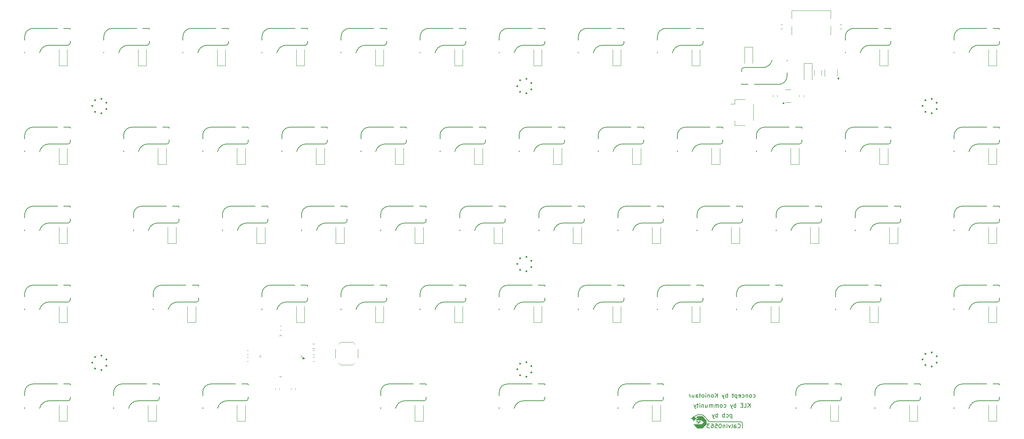
<source format=gbr>
%TF.GenerationSoftware,KiCad,Pcbnew,8.0.3*%
%TF.CreationDate,2024-09-04T21:39:37+02:00*%
%TF.ProjectId,alqaztraz,616c7161-7a74-4726-917a-2e6b69636164,rev?*%
%TF.SameCoordinates,Original*%
%TF.FileFunction,Legend,Bot*%
%TF.FilePolarity,Positive*%
%FSLAX46Y46*%
G04 Gerber Fmt 4.6, Leading zero omitted, Abs format (unit mm)*
G04 Created by KiCad (PCBNEW 8.0.3) date 2024-09-04 21:39:37*
%MOMM*%
%LPD*%
G01*
G04 APERTURE LIST*
%ADD10C,0.200000*%
%ADD11C,0.400000*%
%ADD12C,0.120000*%
%ADD13C,0.150000*%
%ADD14C,0.000000*%
G04 APERTURE END LIST*
D10*
X196947611Y-119856250D02*
G75*
G02*
X197163822Y-119766673I216089J-215850D01*
G01*
X200322552Y-121443750D02*
X207664947Y-121443750D01*
X198354440Y-119766705D02*
G75*
G02*
X198570637Y-119856277I-40J-305795D01*
G01*
X207664947Y-121444142D02*
G75*
G02*
X208061858Y-121841018I153J-396758D01*
G01*
X198354440Y-119766705D02*
X197163812Y-119766705D01*
X200041919Y-121327508D02*
X198570661Y-119856250D01*
D11*
X157162500Y-107950000D02*
X157162500Y-107950000D01*
X157182467Y-109496242D02*
X157182467Y-109496242D01*
X155982231Y-110471279D02*
X155982231Y-110471279D01*
X154472872Y-110134976D02*
X154472872Y-110134976D01*
X153800121Y-108742615D02*
X153800121Y-108742615D01*
X154474652Y-107351115D02*
X154474652Y-107351115D01*
X155984440Y-107016742D02*
X155984440Y-107016742D01*
D10*
X208060968Y-122960155D02*
X208061823Y-121841018D01*
D11*
X254793750Y-44450000D02*
X254793750Y-44450000D01*
X254813717Y-45996242D02*
X254813717Y-45996242D01*
X253613481Y-46971279D02*
X253613481Y-46971279D01*
X252104122Y-46634976D02*
X252104122Y-46634976D01*
X251431371Y-45242615D02*
X251431371Y-45242615D01*
X252105902Y-43851115D02*
X252105902Y-43851115D01*
X253615690Y-43516742D02*
X253615690Y-43516742D01*
X254793750Y-105568750D02*
X254793750Y-105568750D01*
X254813717Y-107114992D02*
X254813717Y-107114992D01*
X253613481Y-108090029D02*
X253613481Y-108090029D01*
X252104122Y-107753726D02*
X252104122Y-107753726D01*
X251431371Y-106361365D02*
X251431371Y-106361365D01*
X252105902Y-104969865D02*
X252105902Y-104969865D01*
X253615690Y-104635492D02*
X253615690Y-104635492D01*
X157162500Y-82550000D02*
X157162500Y-82550000D01*
X157182467Y-84096242D02*
X157182467Y-84096242D01*
X155982231Y-85071279D02*
X155982231Y-85071279D01*
X154472872Y-84734976D02*
X154472872Y-84734976D01*
X153800121Y-83342615D02*
X153800121Y-83342615D01*
X154474652Y-81951115D02*
X154474652Y-81951115D01*
X155984440Y-81616742D02*
X155984440Y-81616742D01*
D10*
X196947611Y-119856250D02*
X196731400Y-120072461D01*
X200322552Y-121443750D02*
G75*
G02*
X200041919Y-121327508I-52J396750D01*
G01*
D11*
X54768750Y-106362500D02*
X54768750Y-106362500D01*
X54788717Y-107908742D02*
X54788717Y-107908742D01*
X53588481Y-108883779D02*
X53588481Y-108883779D01*
X52079122Y-108547476D02*
X52079122Y-108547476D01*
X51406371Y-107155115D02*
X51406371Y-107155115D01*
X52080902Y-105763615D02*
X52080902Y-105763615D01*
X53590690Y-105429242D02*
X53590690Y-105429242D01*
X54768750Y-44450000D02*
X54768750Y-44450000D01*
X54788717Y-45996242D02*
X54788717Y-45996242D01*
X53588481Y-46971279D02*
X53588481Y-46971279D01*
X52079122Y-46634976D02*
X52079122Y-46634976D01*
X51406371Y-45242615D02*
X51406371Y-45242615D01*
X52080902Y-43851115D02*
X52080902Y-43851115D01*
X53590690Y-43516742D02*
X53590690Y-43516742D01*
X157162500Y-39687500D02*
X157162500Y-39687500D01*
X157182467Y-41233742D02*
X157182467Y-41233742D01*
X155982231Y-42208779D02*
X155982231Y-42208779D01*
X154472872Y-41872476D02*
X154472872Y-41872476D01*
X153800121Y-40480115D02*
X153800121Y-40480115D01*
X154474652Y-39088615D02*
X154474652Y-39088615D01*
X155984440Y-38754242D02*
X155984440Y-38754242D01*
D10*
X206922075Y-122803230D02*
X206969694Y-122850850D01*
X206969694Y-122850850D02*
X207112551Y-122898469D01*
X207112551Y-122898469D02*
X207207789Y-122898469D01*
X207207789Y-122898469D02*
X207350646Y-122850850D01*
X207350646Y-122850850D02*
X207445884Y-122755611D01*
X207445884Y-122755611D02*
X207493503Y-122660373D01*
X207493503Y-122660373D02*
X207541122Y-122469897D01*
X207541122Y-122469897D02*
X207541122Y-122327040D01*
X207541122Y-122327040D02*
X207493503Y-122136564D01*
X207493503Y-122136564D02*
X207445884Y-122041326D01*
X207445884Y-122041326D02*
X207350646Y-121946088D01*
X207350646Y-121946088D02*
X207207789Y-121898469D01*
X207207789Y-121898469D02*
X207112551Y-121898469D01*
X207112551Y-121898469D02*
X206969694Y-121946088D01*
X206969694Y-121946088D02*
X206922075Y-121993707D01*
X206064932Y-122898469D02*
X206064932Y-122374659D01*
X206064932Y-122374659D02*
X206112551Y-122279421D01*
X206112551Y-122279421D02*
X206207789Y-122231802D01*
X206207789Y-122231802D02*
X206398265Y-122231802D01*
X206398265Y-122231802D02*
X206493503Y-122279421D01*
X206064932Y-122850850D02*
X206160170Y-122898469D01*
X206160170Y-122898469D02*
X206398265Y-122898469D01*
X206398265Y-122898469D02*
X206493503Y-122850850D01*
X206493503Y-122850850D02*
X206541122Y-122755611D01*
X206541122Y-122755611D02*
X206541122Y-122660373D01*
X206541122Y-122660373D02*
X206493503Y-122565135D01*
X206493503Y-122565135D02*
X206398265Y-122517516D01*
X206398265Y-122517516D02*
X206160170Y-122517516D01*
X206160170Y-122517516D02*
X206064932Y-122469897D01*
X205445884Y-122898469D02*
X205541122Y-122850850D01*
X205541122Y-122850850D02*
X205588741Y-122755611D01*
X205588741Y-122755611D02*
X205588741Y-121898469D01*
X205160169Y-122231802D02*
X204922074Y-122898469D01*
X204922074Y-122898469D02*
X204683979Y-122231802D01*
X204303026Y-122898469D02*
X204303026Y-122231802D01*
X204303026Y-121898469D02*
X204350645Y-121946088D01*
X204350645Y-121946088D02*
X204303026Y-121993707D01*
X204303026Y-121993707D02*
X204255407Y-121946088D01*
X204255407Y-121946088D02*
X204303026Y-121898469D01*
X204303026Y-121898469D02*
X204303026Y-121993707D01*
X203826836Y-122231802D02*
X203826836Y-122898469D01*
X203826836Y-122327040D02*
X203779217Y-122279421D01*
X203779217Y-122279421D02*
X203683979Y-122231802D01*
X203683979Y-122231802D02*
X203541122Y-122231802D01*
X203541122Y-122231802D02*
X203445884Y-122279421D01*
X203445884Y-122279421D02*
X203398265Y-122374659D01*
X203398265Y-122374659D02*
X203398265Y-122898469D01*
X202731598Y-121898469D02*
X202636360Y-121898469D01*
X202636360Y-121898469D02*
X202541122Y-121946088D01*
X202541122Y-121946088D02*
X202493503Y-121993707D01*
X202493503Y-121993707D02*
X202445884Y-122088945D01*
X202445884Y-122088945D02*
X202398265Y-122279421D01*
X202398265Y-122279421D02*
X202398265Y-122517516D01*
X202398265Y-122517516D02*
X202445884Y-122707992D01*
X202445884Y-122707992D02*
X202493503Y-122803230D01*
X202493503Y-122803230D02*
X202541122Y-122850850D01*
X202541122Y-122850850D02*
X202636360Y-122898469D01*
X202636360Y-122898469D02*
X202731598Y-122898469D01*
X202731598Y-122898469D02*
X202826836Y-122850850D01*
X202826836Y-122850850D02*
X202874455Y-122803230D01*
X202874455Y-122803230D02*
X202922074Y-122707992D01*
X202922074Y-122707992D02*
X202969693Y-122517516D01*
X202969693Y-122517516D02*
X202969693Y-122279421D01*
X202969693Y-122279421D02*
X202922074Y-122088945D01*
X202922074Y-122088945D02*
X202874455Y-121993707D01*
X202874455Y-121993707D02*
X202826836Y-121946088D01*
X202826836Y-121946088D02*
X202731598Y-121898469D01*
X201493503Y-121898469D02*
X201969693Y-121898469D01*
X201969693Y-121898469D02*
X202017312Y-122374659D01*
X202017312Y-122374659D02*
X201969693Y-122327040D01*
X201969693Y-122327040D02*
X201874455Y-122279421D01*
X201874455Y-122279421D02*
X201636360Y-122279421D01*
X201636360Y-122279421D02*
X201541122Y-122327040D01*
X201541122Y-122327040D02*
X201493503Y-122374659D01*
X201493503Y-122374659D02*
X201445884Y-122469897D01*
X201445884Y-122469897D02*
X201445884Y-122707992D01*
X201445884Y-122707992D02*
X201493503Y-122803230D01*
X201493503Y-122803230D02*
X201541122Y-122850850D01*
X201541122Y-122850850D02*
X201636360Y-122898469D01*
X201636360Y-122898469D02*
X201874455Y-122898469D01*
X201874455Y-122898469D02*
X201969693Y-122850850D01*
X201969693Y-122850850D02*
X202017312Y-122803230D01*
X200588741Y-121898469D02*
X200779217Y-121898469D01*
X200779217Y-121898469D02*
X200874455Y-121946088D01*
X200874455Y-121946088D02*
X200922074Y-121993707D01*
X200922074Y-121993707D02*
X201017312Y-122136564D01*
X201017312Y-122136564D02*
X201064931Y-122327040D01*
X201064931Y-122327040D02*
X201064931Y-122707992D01*
X201064931Y-122707992D02*
X201017312Y-122803230D01*
X201017312Y-122803230D02*
X200969693Y-122850850D01*
X200969693Y-122850850D02*
X200874455Y-122898469D01*
X200874455Y-122898469D02*
X200683979Y-122898469D01*
X200683979Y-122898469D02*
X200588741Y-122850850D01*
X200588741Y-122850850D02*
X200541122Y-122803230D01*
X200541122Y-122803230D02*
X200493503Y-122707992D01*
X200493503Y-122707992D02*
X200493503Y-122469897D01*
X200493503Y-122469897D02*
X200541122Y-122374659D01*
X200541122Y-122374659D02*
X200588741Y-122327040D01*
X200588741Y-122327040D02*
X200683979Y-122279421D01*
X200683979Y-122279421D02*
X200874455Y-122279421D01*
X200874455Y-122279421D02*
X200969693Y-122327040D01*
X200969693Y-122327040D02*
X201017312Y-122374659D01*
X201017312Y-122374659D02*
X201064931Y-122469897D01*
X200160169Y-121898469D02*
X199541122Y-121898469D01*
X199541122Y-121898469D02*
X199874455Y-122279421D01*
X199874455Y-122279421D02*
X199731598Y-122279421D01*
X199731598Y-122279421D02*
X199636360Y-122327040D01*
X199636360Y-122327040D02*
X199588741Y-122374659D01*
X199588741Y-122374659D02*
X199541122Y-122469897D01*
X199541122Y-122469897D02*
X199541122Y-122707992D01*
X199541122Y-122707992D02*
X199588741Y-122803230D01*
X199588741Y-122803230D02*
X199636360Y-122850850D01*
X199636360Y-122850850D02*
X199731598Y-122898469D01*
X199731598Y-122898469D02*
X200017312Y-122898469D01*
X200017312Y-122898469D02*
X200112550Y-122850850D01*
X200112550Y-122850850D02*
X200160169Y-122803230D01*
X209938095Y-117927219D02*
X209938095Y-116927219D01*
X209366667Y-117927219D02*
X209795238Y-117355790D01*
X209366667Y-116927219D02*
X209938095Y-117498647D01*
X208461905Y-117927219D02*
X208938095Y-117927219D01*
X208938095Y-117927219D02*
X208938095Y-116927219D01*
X208128571Y-117403409D02*
X207795238Y-117403409D01*
X207652381Y-117927219D02*
X208128571Y-117927219D01*
X208128571Y-117927219D02*
X208128571Y-116927219D01*
X208128571Y-116927219D02*
X207652381Y-116927219D01*
X206461904Y-117927219D02*
X206461904Y-116927219D01*
X206461904Y-117308171D02*
X206366666Y-117260552D01*
X206366666Y-117260552D02*
X206176190Y-117260552D01*
X206176190Y-117260552D02*
X206080952Y-117308171D01*
X206080952Y-117308171D02*
X206033333Y-117355790D01*
X206033333Y-117355790D02*
X205985714Y-117451028D01*
X205985714Y-117451028D02*
X205985714Y-117736742D01*
X205985714Y-117736742D02*
X206033333Y-117831980D01*
X206033333Y-117831980D02*
X206080952Y-117879600D01*
X206080952Y-117879600D02*
X206176190Y-117927219D01*
X206176190Y-117927219D02*
X206366666Y-117927219D01*
X206366666Y-117927219D02*
X206461904Y-117879600D01*
X205652380Y-117260552D02*
X205414285Y-117927219D01*
X205176190Y-117260552D02*
X205414285Y-117927219D01*
X205414285Y-117927219D02*
X205509523Y-118165314D01*
X205509523Y-118165314D02*
X205557142Y-118212933D01*
X205557142Y-118212933D02*
X205652380Y-118260552D01*
X203604761Y-117879600D02*
X203699999Y-117927219D01*
X203699999Y-117927219D02*
X203890475Y-117927219D01*
X203890475Y-117927219D02*
X203985713Y-117879600D01*
X203985713Y-117879600D02*
X204033332Y-117831980D01*
X204033332Y-117831980D02*
X204080951Y-117736742D01*
X204080951Y-117736742D02*
X204080951Y-117451028D01*
X204080951Y-117451028D02*
X204033332Y-117355790D01*
X204033332Y-117355790D02*
X203985713Y-117308171D01*
X203985713Y-117308171D02*
X203890475Y-117260552D01*
X203890475Y-117260552D02*
X203699999Y-117260552D01*
X203699999Y-117260552D02*
X203604761Y-117308171D01*
X203033332Y-117927219D02*
X203128570Y-117879600D01*
X203128570Y-117879600D02*
X203176189Y-117831980D01*
X203176189Y-117831980D02*
X203223808Y-117736742D01*
X203223808Y-117736742D02*
X203223808Y-117451028D01*
X203223808Y-117451028D02*
X203176189Y-117355790D01*
X203176189Y-117355790D02*
X203128570Y-117308171D01*
X203128570Y-117308171D02*
X203033332Y-117260552D01*
X203033332Y-117260552D02*
X202890475Y-117260552D01*
X202890475Y-117260552D02*
X202795237Y-117308171D01*
X202795237Y-117308171D02*
X202747618Y-117355790D01*
X202747618Y-117355790D02*
X202699999Y-117451028D01*
X202699999Y-117451028D02*
X202699999Y-117736742D01*
X202699999Y-117736742D02*
X202747618Y-117831980D01*
X202747618Y-117831980D02*
X202795237Y-117879600D01*
X202795237Y-117879600D02*
X202890475Y-117927219D01*
X202890475Y-117927219D02*
X203033332Y-117927219D01*
X202271427Y-117927219D02*
X202271427Y-117260552D01*
X202271427Y-117355790D02*
X202223808Y-117308171D01*
X202223808Y-117308171D02*
X202128570Y-117260552D01*
X202128570Y-117260552D02*
X201985713Y-117260552D01*
X201985713Y-117260552D02*
X201890475Y-117308171D01*
X201890475Y-117308171D02*
X201842856Y-117403409D01*
X201842856Y-117403409D02*
X201842856Y-117927219D01*
X201842856Y-117403409D02*
X201795237Y-117308171D01*
X201795237Y-117308171D02*
X201699999Y-117260552D01*
X201699999Y-117260552D02*
X201557142Y-117260552D01*
X201557142Y-117260552D02*
X201461903Y-117308171D01*
X201461903Y-117308171D02*
X201414284Y-117403409D01*
X201414284Y-117403409D02*
X201414284Y-117927219D01*
X200938094Y-117927219D02*
X200938094Y-117260552D01*
X200938094Y-117355790D02*
X200890475Y-117308171D01*
X200890475Y-117308171D02*
X200795237Y-117260552D01*
X200795237Y-117260552D02*
X200652380Y-117260552D01*
X200652380Y-117260552D02*
X200557142Y-117308171D01*
X200557142Y-117308171D02*
X200509523Y-117403409D01*
X200509523Y-117403409D02*
X200509523Y-117927219D01*
X200509523Y-117403409D02*
X200461904Y-117308171D01*
X200461904Y-117308171D02*
X200366666Y-117260552D01*
X200366666Y-117260552D02*
X200223809Y-117260552D01*
X200223809Y-117260552D02*
X200128570Y-117308171D01*
X200128570Y-117308171D02*
X200080951Y-117403409D01*
X200080951Y-117403409D02*
X200080951Y-117927219D01*
X199176190Y-117260552D02*
X199176190Y-117927219D01*
X199604761Y-117260552D02*
X199604761Y-117784361D01*
X199604761Y-117784361D02*
X199557142Y-117879600D01*
X199557142Y-117879600D02*
X199461904Y-117927219D01*
X199461904Y-117927219D02*
X199319047Y-117927219D01*
X199319047Y-117927219D02*
X199223809Y-117879600D01*
X199223809Y-117879600D02*
X199176190Y-117831980D01*
X198699999Y-117260552D02*
X198699999Y-117927219D01*
X198699999Y-117355790D02*
X198652380Y-117308171D01*
X198652380Y-117308171D02*
X198557142Y-117260552D01*
X198557142Y-117260552D02*
X198414285Y-117260552D01*
X198414285Y-117260552D02*
X198319047Y-117308171D01*
X198319047Y-117308171D02*
X198271428Y-117403409D01*
X198271428Y-117403409D02*
X198271428Y-117927219D01*
X197795237Y-117927219D02*
X197795237Y-117260552D01*
X197795237Y-116927219D02*
X197842856Y-116974838D01*
X197842856Y-116974838D02*
X197795237Y-117022457D01*
X197795237Y-117022457D02*
X197747618Y-116974838D01*
X197747618Y-116974838D02*
X197795237Y-116927219D01*
X197795237Y-116927219D02*
X197795237Y-117022457D01*
X197461904Y-117260552D02*
X197080952Y-117260552D01*
X197319047Y-116927219D02*
X197319047Y-117784361D01*
X197319047Y-117784361D02*
X197271428Y-117879600D01*
X197271428Y-117879600D02*
X197176190Y-117927219D01*
X197176190Y-117927219D02*
X197080952Y-117927219D01*
X196842856Y-117260552D02*
X196604761Y-117927219D01*
X196366666Y-117260552D02*
X196604761Y-117927219D01*
X196604761Y-117927219D02*
X196699999Y-118165314D01*
X196699999Y-118165314D02*
X196747618Y-118212933D01*
X196747618Y-118212933D02*
X196842856Y-118260552D01*
X205509523Y-119641802D02*
X205509523Y-120641802D01*
X205509523Y-119689421D02*
X205414285Y-119641802D01*
X205414285Y-119641802D02*
X205223809Y-119641802D01*
X205223809Y-119641802D02*
X205128571Y-119689421D01*
X205128571Y-119689421D02*
X205080952Y-119737040D01*
X205080952Y-119737040D02*
X205033333Y-119832278D01*
X205033333Y-119832278D02*
X205033333Y-120117992D01*
X205033333Y-120117992D02*
X205080952Y-120213230D01*
X205080952Y-120213230D02*
X205128571Y-120260850D01*
X205128571Y-120260850D02*
X205223809Y-120308469D01*
X205223809Y-120308469D02*
X205414285Y-120308469D01*
X205414285Y-120308469D02*
X205509523Y-120260850D01*
X204176190Y-120260850D02*
X204271428Y-120308469D01*
X204271428Y-120308469D02*
X204461904Y-120308469D01*
X204461904Y-120308469D02*
X204557142Y-120260850D01*
X204557142Y-120260850D02*
X204604761Y-120213230D01*
X204604761Y-120213230D02*
X204652380Y-120117992D01*
X204652380Y-120117992D02*
X204652380Y-119832278D01*
X204652380Y-119832278D02*
X204604761Y-119737040D01*
X204604761Y-119737040D02*
X204557142Y-119689421D01*
X204557142Y-119689421D02*
X204461904Y-119641802D01*
X204461904Y-119641802D02*
X204271428Y-119641802D01*
X204271428Y-119641802D02*
X204176190Y-119689421D01*
X203747618Y-120308469D02*
X203747618Y-119308469D01*
X203747618Y-119689421D02*
X203652380Y-119641802D01*
X203652380Y-119641802D02*
X203461904Y-119641802D01*
X203461904Y-119641802D02*
X203366666Y-119689421D01*
X203366666Y-119689421D02*
X203319047Y-119737040D01*
X203319047Y-119737040D02*
X203271428Y-119832278D01*
X203271428Y-119832278D02*
X203271428Y-120117992D01*
X203271428Y-120117992D02*
X203319047Y-120213230D01*
X203319047Y-120213230D02*
X203366666Y-120260850D01*
X203366666Y-120260850D02*
X203461904Y-120308469D01*
X203461904Y-120308469D02*
X203652380Y-120308469D01*
X203652380Y-120308469D02*
X203747618Y-120260850D01*
X202080951Y-120308469D02*
X202080951Y-119308469D01*
X202080951Y-119689421D02*
X201985713Y-119641802D01*
X201985713Y-119641802D02*
X201795237Y-119641802D01*
X201795237Y-119641802D02*
X201699999Y-119689421D01*
X201699999Y-119689421D02*
X201652380Y-119737040D01*
X201652380Y-119737040D02*
X201604761Y-119832278D01*
X201604761Y-119832278D02*
X201604761Y-120117992D01*
X201604761Y-120117992D02*
X201652380Y-120213230D01*
X201652380Y-120213230D02*
X201699999Y-120260850D01*
X201699999Y-120260850D02*
X201795237Y-120308469D01*
X201795237Y-120308469D02*
X201985713Y-120308469D01*
X201985713Y-120308469D02*
X202080951Y-120260850D01*
X201271427Y-119641802D02*
X201033332Y-120308469D01*
X200795237Y-119641802D02*
X201033332Y-120308469D01*
X201033332Y-120308469D02*
X201128570Y-120546564D01*
X201128570Y-120546564D02*
X201176189Y-120594183D01*
X201176189Y-120594183D02*
X201271427Y-120641802D01*
X210652382Y-115498350D02*
X210747620Y-115545969D01*
X210747620Y-115545969D02*
X210938096Y-115545969D01*
X210938096Y-115545969D02*
X211033334Y-115498350D01*
X211033334Y-115498350D02*
X211080953Y-115450730D01*
X211080953Y-115450730D02*
X211128572Y-115355492D01*
X211128572Y-115355492D02*
X211128572Y-115069778D01*
X211128572Y-115069778D02*
X211080953Y-114974540D01*
X211080953Y-114974540D02*
X211033334Y-114926921D01*
X211033334Y-114926921D02*
X210938096Y-114879302D01*
X210938096Y-114879302D02*
X210747620Y-114879302D01*
X210747620Y-114879302D02*
X210652382Y-114926921D01*
X210080953Y-115545969D02*
X210176191Y-115498350D01*
X210176191Y-115498350D02*
X210223810Y-115450730D01*
X210223810Y-115450730D02*
X210271429Y-115355492D01*
X210271429Y-115355492D02*
X210271429Y-115069778D01*
X210271429Y-115069778D02*
X210223810Y-114974540D01*
X210223810Y-114974540D02*
X210176191Y-114926921D01*
X210176191Y-114926921D02*
X210080953Y-114879302D01*
X210080953Y-114879302D02*
X209938096Y-114879302D01*
X209938096Y-114879302D02*
X209842858Y-114926921D01*
X209842858Y-114926921D02*
X209795239Y-114974540D01*
X209795239Y-114974540D02*
X209747620Y-115069778D01*
X209747620Y-115069778D02*
X209747620Y-115355492D01*
X209747620Y-115355492D02*
X209795239Y-115450730D01*
X209795239Y-115450730D02*
X209842858Y-115498350D01*
X209842858Y-115498350D02*
X209938096Y-115545969D01*
X209938096Y-115545969D02*
X210080953Y-115545969D01*
X209319048Y-114879302D02*
X209319048Y-115545969D01*
X209319048Y-114974540D02*
X209271429Y-114926921D01*
X209271429Y-114926921D02*
X209176191Y-114879302D01*
X209176191Y-114879302D02*
X209033334Y-114879302D01*
X209033334Y-114879302D02*
X208938096Y-114926921D01*
X208938096Y-114926921D02*
X208890477Y-115022159D01*
X208890477Y-115022159D02*
X208890477Y-115545969D01*
X207985715Y-115498350D02*
X208080953Y-115545969D01*
X208080953Y-115545969D02*
X208271429Y-115545969D01*
X208271429Y-115545969D02*
X208366667Y-115498350D01*
X208366667Y-115498350D02*
X208414286Y-115450730D01*
X208414286Y-115450730D02*
X208461905Y-115355492D01*
X208461905Y-115355492D02*
X208461905Y-115069778D01*
X208461905Y-115069778D02*
X208414286Y-114974540D01*
X208414286Y-114974540D02*
X208366667Y-114926921D01*
X208366667Y-114926921D02*
X208271429Y-114879302D01*
X208271429Y-114879302D02*
X208080953Y-114879302D01*
X208080953Y-114879302D02*
X207985715Y-114926921D01*
X207176191Y-115498350D02*
X207271429Y-115545969D01*
X207271429Y-115545969D02*
X207461905Y-115545969D01*
X207461905Y-115545969D02*
X207557143Y-115498350D01*
X207557143Y-115498350D02*
X207604762Y-115403111D01*
X207604762Y-115403111D02*
X207604762Y-115022159D01*
X207604762Y-115022159D02*
X207557143Y-114926921D01*
X207557143Y-114926921D02*
X207461905Y-114879302D01*
X207461905Y-114879302D02*
X207271429Y-114879302D01*
X207271429Y-114879302D02*
X207176191Y-114926921D01*
X207176191Y-114926921D02*
X207128572Y-115022159D01*
X207128572Y-115022159D02*
X207128572Y-115117397D01*
X207128572Y-115117397D02*
X207604762Y-115212635D01*
X206700000Y-114879302D02*
X206700000Y-115879302D01*
X206700000Y-114926921D02*
X206604762Y-114879302D01*
X206604762Y-114879302D02*
X206414286Y-114879302D01*
X206414286Y-114879302D02*
X206319048Y-114926921D01*
X206319048Y-114926921D02*
X206271429Y-114974540D01*
X206271429Y-114974540D02*
X206223810Y-115069778D01*
X206223810Y-115069778D02*
X206223810Y-115355492D01*
X206223810Y-115355492D02*
X206271429Y-115450730D01*
X206271429Y-115450730D02*
X206319048Y-115498350D01*
X206319048Y-115498350D02*
X206414286Y-115545969D01*
X206414286Y-115545969D02*
X206604762Y-115545969D01*
X206604762Y-115545969D02*
X206700000Y-115498350D01*
X205938095Y-114879302D02*
X205557143Y-114879302D01*
X205795238Y-114545969D02*
X205795238Y-115403111D01*
X205795238Y-115403111D02*
X205747619Y-115498350D01*
X205747619Y-115498350D02*
X205652381Y-115545969D01*
X205652381Y-115545969D02*
X205557143Y-115545969D01*
X204461904Y-115545969D02*
X204461904Y-114545969D01*
X204461904Y-114926921D02*
X204366666Y-114879302D01*
X204366666Y-114879302D02*
X204176190Y-114879302D01*
X204176190Y-114879302D02*
X204080952Y-114926921D01*
X204080952Y-114926921D02*
X204033333Y-114974540D01*
X204033333Y-114974540D02*
X203985714Y-115069778D01*
X203985714Y-115069778D02*
X203985714Y-115355492D01*
X203985714Y-115355492D02*
X204033333Y-115450730D01*
X204033333Y-115450730D02*
X204080952Y-115498350D01*
X204080952Y-115498350D02*
X204176190Y-115545969D01*
X204176190Y-115545969D02*
X204366666Y-115545969D01*
X204366666Y-115545969D02*
X204461904Y-115498350D01*
X203652380Y-114879302D02*
X203414285Y-115545969D01*
X203176190Y-114879302D02*
X203414285Y-115545969D01*
X203414285Y-115545969D02*
X203509523Y-115784064D01*
X203509523Y-115784064D02*
X203557142Y-115831683D01*
X203557142Y-115831683D02*
X203652380Y-115879302D01*
X202033332Y-115545969D02*
X202033332Y-114545969D01*
X201461904Y-115545969D02*
X201890475Y-114974540D01*
X201461904Y-114545969D02*
X202033332Y-115117397D01*
X200890475Y-115545969D02*
X200985713Y-115498350D01*
X200985713Y-115498350D02*
X201033332Y-115450730D01*
X201033332Y-115450730D02*
X201080951Y-115355492D01*
X201080951Y-115355492D02*
X201080951Y-115069778D01*
X201080951Y-115069778D02*
X201033332Y-114974540D01*
X201033332Y-114974540D02*
X200985713Y-114926921D01*
X200985713Y-114926921D02*
X200890475Y-114879302D01*
X200890475Y-114879302D02*
X200747618Y-114879302D01*
X200747618Y-114879302D02*
X200652380Y-114926921D01*
X200652380Y-114926921D02*
X200604761Y-114974540D01*
X200604761Y-114974540D02*
X200557142Y-115069778D01*
X200557142Y-115069778D02*
X200557142Y-115355492D01*
X200557142Y-115355492D02*
X200604761Y-115450730D01*
X200604761Y-115450730D02*
X200652380Y-115498350D01*
X200652380Y-115498350D02*
X200747618Y-115545969D01*
X200747618Y-115545969D02*
X200890475Y-115545969D01*
X200128570Y-114879302D02*
X200128570Y-115545969D01*
X200128570Y-114974540D02*
X200080951Y-114926921D01*
X200080951Y-114926921D02*
X199985713Y-114879302D01*
X199985713Y-114879302D02*
X199842856Y-114879302D01*
X199842856Y-114879302D02*
X199747618Y-114926921D01*
X199747618Y-114926921D02*
X199699999Y-115022159D01*
X199699999Y-115022159D02*
X199699999Y-115545969D01*
X199223808Y-115545969D02*
X199223808Y-114879302D01*
X199223808Y-114545969D02*
X199271427Y-114593588D01*
X199271427Y-114593588D02*
X199223808Y-114641207D01*
X199223808Y-114641207D02*
X199176189Y-114593588D01*
X199176189Y-114593588D02*
X199223808Y-114545969D01*
X199223808Y-114545969D02*
X199223808Y-114641207D01*
X198604761Y-115545969D02*
X198699999Y-115498350D01*
X198699999Y-115498350D02*
X198747618Y-115450730D01*
X198747618Y-115450730D02*
X198795237Y-115355492D01*
X198795237Y-115355492D02*
X198795237Y-115069778D01*
X198795237Y-115069778D02*
X198747618Y-114974540D01*
X198747618Y-114974540D02*
X198699999Y-114926921D01*
X198699999Y-114926921D02*
X198604761Y-114879302D01*
X198604761Y-114879302D02*
X198461904Y-114879302D01*
X198461904Y-114879302D02*
X198366666Y-114926921D01*
X198366666Y-114926921D02*
X198319047Y-114974540D01*
X198319047Y-114974540D02*
X198271428Y-115069778D01*
X198271428Y-115069778D02*
X198271428Y-115355492D01*
X198271428Y-115355492D02*
X198319047Y-115450730D01*
X198319047Y-115450730D02*
X198366666Y-115498350D01*
X198366666Y-115498350D02*
X198461904Y-115545969D01*
X198461904Y-115545969D02*
X198604761Y-115545969D01*
X197985713Y-114879302D02*
X197604761Y-114879302D01*
X197842856Y-114545969D02*
X197842856Y-115403111D01*
X197842856Y-115403111D02*
X197795237Y-115498350D01*
X197795237Y-115498350D02*
X197699999Y-115545969D01*
X197699999Y-115545969D02*
X197604761Y-115545969D01*
X196842856Y-115545969D02*
X196842856Y-115022159D01*
X196842856Y-115022159D02*
X196890475Y-114926921D01*
X196890475Y-114926921D02*
X196985713Y-114879302D01*
X196985713Y-114879302D02*
X197176189Y-114879302D01*
X197176189Y-114879302D02*
X197271427Y-114926921D01*
X196842856Y-115498350D02*
X196938094Y-115545969D01*
X196938094Y-115545969D02*
X197176189Y-115545969D01*
X197176189Y-115545969D02*
X197271427Y-115498350D01*
X197271427Y-115498350D02*
X197319046Y-115403111D01*
X197319046Y-115403111D02*
X197319046Y-115307873D01*
X197319046Y-115307873D02*
X197271427Y-115212635D01*
X197271427Y-115212635D02*
X197176189Y-115165016D01*
X197176189Y-115165016D02*
X196938094Y-115165016D01*
X196938094Y-115165016D02*
X196842856Y-115117397D01*
X195938094Y-114879302D02*
X195938094Y-115545969D01*
X196366665Y-114879302D02*
X196366665Y-115403111D01*
X196366665Y-115403111D02*
X196319046Y-115498350D01*
X196319046Y-115498350D02*
X196223808Y-115545969D01*
X196223808Y-115545969D02*
X196080951Y-115545969D01*
X196080951Y-115545969D02*
X195985713Y-115498350D01*
X195985713Y-115498350D02*
X195938094Y-115450730D01*
X195461903Y-115545969D02*
X195461903Y-114879302D01*
X195461903Y-115069778D02*
X195414284Y-114974540D01*
X195414284Y-114974540D02*
X195366665Y-114926921D01*
X195366665Y-114926921D02*
X195271427Y-114879302D01*
X195271427Y-114879302D02*
X195176189Y-114879302D01*
D12*
%TO.C,D55*%
X267287500Y-117412500D02*
X267287500Y-121272500D01*
X267287500Y-121272500D02*
X269287500Y-121272500D01*
X269287500Y-117412500D02*
X269287500Y-121272500D01*
D13*
%TO.C,MX54*%
X239977324Y-114312280D02*
X239977324Y-115112280D01*
X239977324Y-118202280D02*
X239977324Y-117962280D01*
X245862500Y-116362280D02*
X250427324Y-116362280D01*
X247877324Y-112312280D02*
X241977324Y-112312280D01*
X250927324Y-112312280D02*
X249377324Y-112312280D01*
X250927324Y-112542280D02*
X250927324Y-112312280D01*
X250927324Y-115862280D02*
X250927324Y-115392280D01*
X239977324Y-114312280D02*
G75*
G02*
X241977324Y-112312280I2000005J-5D01*
G01*
X243568178Y-118202280D02*
G75*
G02*
X245862500Y-116362280I2293456J-509332D01*
G01*
X250927324Y-115862280D02*
G75*
G02*
X250427324Y-116362280I-500001J1D01*
G01*
D12*
%TO.C,D54*%
X248237500Y-117412500D02*
X248237500Y-121272500D01*
X248237500Y-121272500D02*
X250237500Y-121272500D01*
X250237500Y-117412500D02*
X250237500Y-121272500D01*
D13*
%TO.C,MX27*%
X82814824Y-71449780D02*
X82814824Y-72249780D01*
X82814824Y-75339780D02*
X82814824Y-75099780D01*
X88700000Y-73499780D02*
X93264824Y-73499780D01*
X90714824Y-69449780D02*
X84814824Y-69449780D01*
X93764824Y-69449780D02*
X92214824Y-69449780D01*
X93764824Y-69679780D02*
X93764824Y-69449780D01*
X93764824Y-72999780D02*
X93764824Y-72529780D01*
X82814824Y-71449780D02*
G75*
G02*
X84814824Y-69449780I2000005J-5D01*
G01*
X86405678Y-75339780D02*
G75*
G02*
X88700000Y-73499780I2293456J-509332D01*
G01*
X93764824Y-72999780D02*
G75*
G02*
X93264824Y-73499780I-500001J1D01*
G01*
D12*
%TO.C,D8*%
X176800000Y-31687500D02*
X176800000Y-35547500D01*
X176800000Y-35547500D02*
X178800000Y-35547500D01*
X178800000Y-31687500D02*
X178800000Y-35547500D01*
D13*
%TO.C,MX18*%
X135202324Y-52399780D02*
X135202324Y-53199780D01*
X135202324Y-56289780D02*
X135202324Y-56049780D01*
X141087500Y-54449780D02*
X145652324Y-54449780D01*
X143102324Y-50399780D02*
X137202324Y-50399780D01*
X146152324Y-50399780D02*
X144602324Y-50399780D01*
X146152324Y-50629780D02*
X146152324Y-50399780D01*
X146152324Y-53949780D02*
X146152324Y-53479780D01*
X135202324Y-52399780D02*
G75*
G02*
X137202324Y-50399780I2000005J-5D01*
G01*
X138793178Y-56289780D02*
G75*
G02*
X141087500Y-54449780I2293456J-509332D01*
G01*
X146152324Y-53949780D02*
G75*
G02*
X145652324Y-54449780I-500001J1D01*
G01*
%TO.C,MX20*%
X173302324Y-52399780D02*
X173302324Y-53199780D01*
X173302324Y-56289780D02*
X173302324Y-56049780D01*
X179187500Y-54449780D02*
X183752324Y-54449780D01*
X181202324Y-50399780D02*
X175302324Y-50399780D01*
X184252324Y-50399780D02*
X182702324Y-50399780D01*
X184252324Y-50629780D02*
X184252324Y-50399780D01*
X184252324Y-53949780D02*
X184252324Y-53479780D01*
X173302324Y-52399780D02*
G75*
G02*
X175302324Y-50399780I2000005J-5D01*
G01*
X176893178Y-56289780D02*
G75*
G02*
X179187500Y-54449780I2293456J-509332D01*
G01*
X184252324Y-53949780D02*
G75*
G02*
X183752324Y-54449780I-500001J1D01*
G01*
D12*
%TO.C,D21*%
X200612500Y-55500000D02*
X200612500Y-59360000D01*
X200612500Y-59360000D02*
X202612500Y-59360000D01*
X202612500Y-55500000D02*
X202612500Y-59360000D01*
%TO.C,D30*%
X148225000Y-74550000D02*
X148225000Y-78410000D01*
X148225000Y-78410000D02*
X150225000Y-78410000D01*
X150225000Y-74550000D02*
X150225000Y-78410000D01*
%TO.C,D19*%
X162512500Y-55500000D02*
X162512500Y-59360000D01*
X162512500Y-59360000D02*
X164512500Y-59360000D01*
X164512500Y-55500000D02*
X164512500Y-59360000D01*
%TO.C,D42*%
X157750000Y-93600000D02*
X157750000Y-97460000D01*
X157750000Y-97460000D02*
X159750000Y-97460000D01*
X159750000Y-93600000D02*
X159750000Y-97460000D01*
%TO.C,C11*%
X96996830Y-98315000D02*
X96715670Y-98315000D01*
X96996830Y-99335000D02*
X96715670Y-99335000D01*
D13*
%TO.C,MX51*%
X120914824Y-114312280D02*
X120914824Y-115112280D01*
X120914824Y-118202280D02*
X120914824Y-117962280D01*
X126800000Y-116362280D02*
X131364824Y-116362280D01*
X128814824Y-112312280D02*
X122914824Y-112312280D01*
X131864824Y-112312280D02*
X130314824Y-112312280D01*
X131864824Y-112542280D02*
X131864824Y-112312280D01*
X131864824Y-115862280D02*
X131864824Y-115392280D01*
X120914824Y-114312280D02*
G75*
G02*
X122914824Y-112312280I2000005J-5D01*
G01*
X124505678Y-118202280D02*
G75*
G02*
X126800000Y-116362280I2293456J-509332D01*
G01*
X131864824Y-115862280D02*
G75*
G02*
X131364824Y-116362280I-500001J1D01*
G01*
%TO.C,MX24*%
X259027324Y-52399780D02*
X259027324Y-53199780D01*
X259027324Y-56289780D02*
X259027324Y-56049780D01*
X264912500Y-54449780D02*
X269477324Y-54449780D01*
X266927324Y-50399780D02*
X261027324Y-50399780D01*
X269977324Y-50399780D02*
X268427324Y-50399780D01*
X269977324Y-50629780D02*
X269977324Y-50399780D01*
X269977324Y-53949780D02*
X269977324Y-53479780D01*
X259027324Y-52399780D02*
G75*
G02*
X261027324Y-50399780I2000005J-5D01*
G01*
X262618178Y-56289780D02*
G75*
G02*
X264912500Y-54449780I2293456J-509332D01*
G01*
X269977324Y-53949780D02*
G75*
G02*
X269477324Y-54449780I-500001J1D01*
G01*
D12*
%TO.C,C2*%
X221740000Y-42721920D02*
X221740000Y-43003080D01*
X222760000Y-42721920D02*
X222760000Y-43003080D01*
%TO.C,R2*%
X232012258Y-25671250D02*
X231537742Y-25671250D01*
X232012258Y-26716250D02*
X231537742Y-26716250D01*
D13*
%TO.C,MX7*%
X149489824Y-28587280D02*
X149489824Y-29387280D01*
X149489824Y-32477280D02*
X149489824Y-32237280D01*
X155375000Y-30637280D02*
X159939824Y-30637280D01*
X157389824Y-26587280D02*
X151489824Y-26587280D01*
X160439824Y-26587280D02*
X158889824Y-26587280D01*
X160439824Y-26817280D02*
X160439824Y-26587280D01*
X160439824Y-30137280D02*
X160439824Y-29667280D01*
X149489824Y-28587280D02*
G75*
G02*
X151489824Y-26587280I2000005J-5D01*
G01*
X153080678Y-32477280D02*
G75*
G02*
X155375000Y-30637280I2293456J-509332D01*
G01*
X160439824Y-30137280D02*
G75*
G02*
X159939824Y-30637280I-500001J1D01*
G01*
D12*
%TO.C,R3*%
X104537742Y-102665000D02*
X105012258Y-102665000D01*
X104537742Y-103710000D02*
X105012258Y-103710000D01*
D13*
%TO.C,MX46*%
X230452324Y-90499780D02*
X230452324Y-91299780D01*
X230452324Y-94389780D02*
X230452324Y-94149780D01*
X236337500Y-92549780D02*
X240902324Y-92549780D01*
X238352324Y-88499780D02*
X232452324Y-88499780D01*
X241402324Y-88499780D02*
X239852324Y-88499780D01*
X241402324Y-88729780D02*
X241402324Y-88499780D01*
X241402324Y-92049780D02*
X241402324Y-91579780D01*
X230452324Y-90499780D02*
G75*
G02*
X232452324Y-88499780I2000005J-5D01*
G01*
X234043178Y-94389780D02*
G75*
G02*
X236337500Y-92549780I2293456J-509332D01*
G01*
X241402324Y-92049780D02*
G75*
G02*
X240902324Y-92549780I-500001J1D01*
G01*
%TO.C,MX29*%
X120914824Y-71449780D02*
X120914824Y-72249780D01*
X120914824Y-75339780D02*
X120914824Y-75099780D01*
X126800000Y-73499780D02*
X131364824Y-73499780D01*
X128814824Y-69449780D02*
X122914824Y-69449780D01*
X131864824Y-69449780D02*
X130314824Y-69449780D01*
X131864824Y-69679780D02*
X131864824Y-69449780D01*
X131864824Y-72999780D02*
X131864824Y-72529780D01*
X120914824Y-71449780D02*
G75*
G02*
X122914824Y-69449780I2000005J-5D01*
G01*
X124505678Y-75339780D02*
G75*
G02*
X126800000Y-73499780I2293456J-509332D01*
G01*
X131864824Y-72999780D02*
G75*
G02*
X131364824Y-73499780I-500001J1D01*
G01*
D12*
%TO.C,D25*%
X43450000Y-74550000D02*
X43450000Y-78410000D01*
X43450000Y-78410000D02*
X45450000Y-78410000D01*
X45450000Y-74550000D02*
X45450000Y-78410000D01*
%TO.C,D45*%
X214900000Y-93600000D02*
X214900000Y-97460000D01*
X214900000Y-97460000D02*
X216900000Y-97460000D01*
X216900000Y-93600000D02*
X216900000Y-97460000D01*
%TO.C,D35*%
X243475000Y-74550000D02*
X243475000Y-78410000D01*
X243475000Y-78410000D02*
X245475000Y-78410000D01*
X245475000Y-74550000D02*
X245475000Y-78410000D01*
%TO.C,D9*%
X195850000Y-31687500D02*
X195850000Y-35547500D01*
X195850000Y-35547500D02*
X197850000Y-35547500D01*
X197850000Y-31687500D02*
X197850000Y-35547500D01*
%TO.C,D39*%
X100600000Y-93600000D02*
X100600000Y-97460000D01*
X100600000Y-97460000D02*
X102600000Y-97460000D01*
X102600000Y-93600000D02*
X102600000Y-97460000D01*
D13*
%TO.C,MX38*%
X66146074Y-90499780D02*
X66146074Y-91299780D01*
X66146074Y-94389780D02*
X66146074Y-94149780D01*
X72031250Y-92549780D02*
X76596074Y-92549780D01*
X74046074Y-88499780D02*
X68146074Y-88499780D01*
X77096074Y-88499780D02*
X75546074Y-88499780D01*
X77096074Y-88729780D02*
X77096074Y-88499780D01*
X77096074Y-92049780D02*
X77096074Y-91579780D01*
X66146074Y-90499780D02*
G75*
G02*
X68146074Y-88499780I2000005J-5D01*
G01*
X69736928Y-94389780D02*
G75*
G02*
X72031250Y-92549780I2293456J-509332D01*
G01*
X77096074Y-92049780D02*
G75*
G02*
X76596074Y-92549780I-500001J1D01*
G01*
%TO.C,MX40*%
X111389824Y-90499780D02*
X111389824Y-91299780D01*
X111389824Y-94389780D02*
X111389824Y-94149780D01*
X117275000Y-92549780D02*
X121839824Y-92549780D01*
X119289824Y-88499780D02*
X113389824Y-88499780D01*
X122339824Y-88499780D02*
X120789824Y-88499780D01*
X122339824Y-88729780D02*
X122339824Y-88499780D01*
X122339824Y-92049780D02*
X122339824Y-91579780D01*
X111389824Y-90499780D02*
G75*
G02*
X113389824Y-88499780I2000005J-5D01*
G01*
X114980678Y-94389780D02*
G75*
G02*
X117275000Y-92549780I2293456J-509332D01*
G01*
X122339824Y-92049780D02*
G75*
G02*
X121839824Y-92549780I-500001J1D01*
G01*
D12*
%TO.C,F1*%
X225308750Y-37908314D02*
X225308750Y-36704186D01*
X227128750Y-37908314D02*
X227128750Y-36704186D01*
D13*
%TO.C,MX45*%
X206639824Y-90499780D02*
X206639824Y-91299780D01*
X206639824Y-94389780D02*
X206639824Y-94149780D01*
X212525000Y-92549780D02*
X217089824Y-92549780D01*
X214539824Y-88499780D02*
X208639824Y-88499780D01*
X217589824Y-88499780D02*
X216039824Y-88499780D01*
X217589824Y-88729780D02*
X217589824Y-88499780D01*
X217589824Y-92049780D02*
X217589824Y-91579780D01*
X206639824Y-90499780D02*
G75*
G02*
X208639824Y-88499780I2000005J-5D01*
G01*
X210230678Y-94389780D02*
G75*
G02*
X212525000Y-92549780I2293456J-509332D01*
G01*
X217589824Y-92049780D02*
G75*
G02*
X217089824Y-92549780I-500001J1D01*
G01*
D12*
%TO.C,D1*%
X43450000Y-31687500D02*
X43450000Y-35547500D01*
X43450000Y-35547500D02*
X45450000Y-35547500D01*
X45450000Y-31687500D02*
X45450000Y-35547500D01*
D13*
%TO.C,MX3*%
X73289824Y-28587280D02*
X73289824Y-29387280D01*
X73289824Y-32477280D02*
X73289824Y-32237280D01*
X79175000Y-30637280D02*
X83739824Y-30637280D01*
X81189824Y-26587280D02*
X75289824Y-26587280D01*
X84239824Y-26587280D02*
X82689824Y-26587280D01*
X84239824Y-26817280D02*
X84239824Y-26587280D01*
X84239824Y-30137280D02*
X84239824Y-29667280D01*
X73289824Y-28587280D02*
G75*
G02*
X75289824Y-26587280I2000005J-5D01*
G01*
X76880678Y-32477280D02*
G75*
G02*
X79175000Y-30637280I2293456J-509332D01*
G01*
X84239824Y-30137280D02*
G75*
G02*
X83739824Y-30637280I-500001J1D01*
G01*
%TO.C,MX15*%
X78052324Y-52399780D02*
X78052324Y-53199780D01*
X78052324Y-56289780D02*
X78052324Y-56049780D01*
X83937500Y-54449780D02*
X88502324Y-54449780D01*
X85952324Y-50399780D02*
X80052324Y-50399780D01*
X89002324Y-50399780D02*
X87452324Y-50399780D01*
X89002324Y-50629780D02*
X89002324Y-50399780D01*
X89002324Y-53949780D02*
X89002324Y-53479780D01*
X78052324Y-52399780D02*
G75*
G02*
X80052324Y-50399780I2000005J-5D01*
G01*
X81643178Y-56289780D02*
G75*
G02*
X83937500Y-54449780I2293456J-509332D01*
G01*
X89002324Y-53949780D02*
G75*
G02*
X88502324Y-54449780I-500001J1D01*
G01*
D12*
%TO.C,D53*%
X229187500Y-117412500D02*
X229187500Y-121272500D01*
X229187500Y-121272500D02*
X231187500Y-121272500D01*
X231187500Y-117412500D02*
X231187500Y-121272500D01*
%TO.C,D50*%
X86312500Y-117412500D02*
X86312500Y-121272500D01*
X86312500Y-121272500D02*
X88312500Y-121272500D01*
X88312500Y-117412500D02*
X88312500Y-121272500D01*
D13*
%TO.C,MX33*%
X197114824Y-71449780D02*
X197114824Y-72249780D01*
X197114824Y-75339780D02*
X197114824Y-75099780D01*
X203000000Y-73499780D02*
X207564824Y-73499780D01*
X205014824Y-69449780D02*
X199114824Y-69449780D01*
X208064824Y-69449780D02*
X206514824Y-69449780D01*
X208064824Y-69679780D02*
X208064824Y-69449780D01*
X208064824Y-72999780D02*
X208064824Y-72529780D01*
X197114824Y-71449780D02*
G75*
G02*
X199114824Y-69449780I2000005J-5D01*
G01*
X200705678Y-75339780D02*
G75*
G02*
X203000000Y-73499780I2293456J-509332D01*
G01*
X208064824Y-72999780D02*
G75*
G02*
X207564824Y-73499780I-500001J1D01*
G01*
D12*
%TO.C,SW5*%
X109992500Y-103935000D02*
X109992500Y-106015000D01*
X110772500Y-102745000D02*
X111262500Y-102255000D01*
X110772500Y-107205000D02*
X111262500Y-107695000D01*
X111262500Y-102255000D02*
X114162500Y-102255000D01*
X111262500Y-107695000D02*
X114162500Y-107695000D01*
X114652500Y-102745000D02*
X114162500Y-102255000D01*
X114652500Y-107205000D02*
X114162500Y-107695000D01*
X115432500Y-103935000D02*
X115432500Y-106015000D01*
D13*
%TO.C,MX23*%
X232833574Y-52399780D02*
X232833574Y-53199780D01*
X232833574Y-56289780D02*
X232833574Y-56049780D01*
X238718750Y-54449780D02*
X243283574Y-54449780D01*
X240733574Y-50399780D02*
X234833574Y-50399780D01*
X243783574Y-50399780D02*
X242233574Y-50399780D01*
X243783574Y-50629780D02*
X243783574Y-50399780D01*
X243783574Y-53949780D02*
X243783574Y-53479780D01*
X232833574Y-52399780D02*
G75*
G02*
X234833574Y-50399780I2000005J-5D01*
G01*
X236424428Y-56289780D02*
G75*
G02*
X238718750Y-54449780I2293456J-509332D01*
G01*
X243783574Y-53949780D02*
G75*
G02*
X243283574Y-54449780I-500001J1D01*
G01*
%TO.C,MX48*%
X35189824Y-114312280D02*
X35189824Y-115112280D01*
X35189824Y-118202280D02*
X35189824Y-117962280D01*
X41075000Y-116362280D02*
X45639824Y-116362280D01*
X43089824Y-112312280D02*
X37189824Y-112312280D01*
X46139824Y-112312280D02*
X44589824Y-112312280D01*
X46139824Y-112542280D02*
X46139824Y-112312280D01*
X46139824Y-115862280D02*
X46139824Y-115392280D01*
X35189824Y-114312280D02*
G75*
G02*
X37189824Y-112312280I2000005J-5D01*
G01*
X38780678Y-118202280D02*
G75*
G02*
X41075000Y-116362280I2293456J-509332D01*
G01*
X46139824Y-115862280D02*
G75*
G02*
X45639824Y-116362280I-500001J1D01*
G01*
D12*
%TO.C,D38*%
X74406250Y-93600000D02*
X74406250Y-97460000D01*
X74406250Y-97460000D02*
X76406250Y-97460000D01*
X76406250Y-93600000D02*
X76406250Y-97460000D01*
%TO.C,D12*%
X267287500Y-31687500D02*
X267287500Y-35547500D01*
X267287500Y-35547500D02*
X269287500Y-35547500D01*
X269287500Y-31687500D02*
X269287500Y-35547500D01*
%TO.C,D31*%
X167275000Y-74550000D02*
X167275000Y-78410000D01*
X167275000Y-78410000D02*
X169275000Y-78410000D01*
X169275000Y-74550000D02*
X169275000Y-78410000D01*
%TO.C,D13*%
X43450000Y-55500000D02*
X43450000Y-59360000D01*
X43450000Y-59360000D02*
X45450000Y-59360000D01*
X45450000Y-55500000D02*
X45450000Y-59360000D01*
%TO.C,U2*%
X227833750Y-36506250D02*
X227833750Y-37306250D01*
X227833750Y-38106250D02*
X227833750Y-37306250D01*
X230953750Y-36506250D02*
X230953750Y-37306250D01*
X230953750Y-38106250D02*
X230953750Y-37306250D01*
X231233750Y-38846250D02*
X230903750Y-38606250D01*
X231233750Y-38366250D01*
X231233750Y-38846250D01*
G36*
X231233750Y-38846250D02*
G01*
X230903750Y-38606250D01*
X231233750Y-38366250D01*
X231233750Y-38846250D01*
G37*
%TO.C,D49*%
X64881250Y-117412500D02*
X64881250Y-121272500D01*
X64881250Y-121272500D02*
X66881250Y-121272500D01*
X66881250Y-117412500D02*
X66881250Y-121272500D01*
%TO.C,D27*%
X91075000Y-74550000D02*
X91075000Y-78410000D01*
X91075000Y-78410000D02*
X93075000Y-78410000D01*
X93075000Y-74550000D02*
X93075000Y-78410000D01*
%TO.C,D18*%
X143462500Y-55500000D02*
X143462500Y-59360000D01*
X143462500Y-59360000D02*
X145462500Y-59360000D01*
X145462500Y-55500000D02*
X145462500Y-59360000D01*
D13*
%TO.C,MX31*%
X159014824Y-71449780D02*
X159014824Y-72249780D01*
X159014824Y-75339780D02*
X159014824Y-75099780D01*
X164900000Y-73499780D02*
X169464824Y-73499780D01*
X166914824Y-69449780D02*
X161014824Y-69449780D01*
X169964824Y-69449780D02*
X168414824Y-69449780D01*
X169964824Y-69679780D02*
X169964824Y-69449780D01*
X169964824Y-72999780D02*
X169964824Y-72529780D01*
X159014824Y-71449780D02*
G75*
G02*
X161014824Y-69449780I2000005J-5D01*
G01*
X162605678Y-75339780D02*
G75*
G02*
X164900000Y-73499780I2293456J-509332D01*
G01*
X169964824Y-72999780D02*
G75*
G02*
X169464824Y-73499780I-500001J1D01*
G01*
%TO.C,MX52*%
X178064824Y-114312280D02*
X178064824Y-115112280D01*
X178064824Y-118202280D02*
X178064824Y-117962280D01*
X183950000Y-116362280D02*
X188514824Y-116362280D01*
X185964824Y-112312280D02*
X180064824Y-112312280D01*
X189014824Y-112312280D02*
X187464824Y-112312280D01*
X189014824Y-112542280D02*
X189014824Y-112312280D01*
X189014824Y-115862280D02*
X189014824Y-115392280D01*
X178064824Y-114312280D02*
G75*
G02*
X180064824Y-112312280I2000005J-5D01*
G01*
X181655678Y-118202280D02*
G75*
G02*
X183950000Y-116362280I2293456J-509332D01*
G01*
X189014824Y-115862280D02*
G75*
G02*
X188514824Y-116362280I-500001J1D01*
G01*
D12*
%TO.C,D48*%
X43450000Y-117412500D02*
X43450000Y-121272500D01*
X43450000Y-121272500D02*
X45450000Y-121272500D01*
X45450000Y-117412500D02*
X45450000Y-121272500D01*
%TO.C,D37*%
X43450000Y-93600000D02*
X43450000Y-97460000D01*
X43450000Y-97460000D02*
X45450000Y-97460000D01*
X45450000Y-93600000D02*
X45450000Y-97460000D01*
D13*
%TO.C,MX37*%
X35189824Y-90499780D02*
X35189824Y-91299780D01*
X35189824Y-94389780D02*
X35189824Y-94149780D01*
X41075000Y-92549780D02*
X45639824Y-92549780D01*
X43089824Y-88499780D02*
X37189824Y-88499780D01*
X46139824Y-88499780D02*
X44589824Y-88499780D01*
X46139824Y-88729780D02*
X46139824Y-88499780D01*
X46139824Y-92049780D02*
X46139824Y-91579780D01*
X35189824Y-90499780D02*
G75*
G02*
X37189824Y-88499780I2000005J-5D01*
G01*
X38780678Y-94389780D02*
G75*
G02*
X41075000Y-92549780I2293456J-509332D01*
G01*
X46139824Y-92049780D02*
G75*
G02*
X45639824Y-92549780I-500001J1D01*
G01*
D12*
%TO.C,D23*%
X241093750Y-55500000D02*
X241093750Y-59360000D01*
X241093750Y-59360000D02*
X243093750Y-59360000D01*
X243093750Y-55500000D02*
X243093750Y-59360000D01*
D13*
%TO.C,MX56*%
X149489824Y-114312280D02*
X149489824Y-115112280D01*
X149489824Y-118202280D02*
X149489824Y-117962280D01*
X155375000Y-116362280D02*
X159939824Y-116362280D01*
X157389824Y-112312280D02*
X151489824Y-112312280D01*
X160439824Y-112312280D02*
X158889824Y-112312280D01*
X160439824Y-112542280D02*
X160439824Y-112312280D01*
X160439824Y-115862280D02*
X160439824Y-115392280D01*
X149489824Y-114312280D02*
G75*
G02*
X151489824Y-112312280I2000005J-5D01*
G01*
X153080678Y-118202280D02*
G75*
G02*
X155375000Y-116362280I2293456J-509332D01*
G01*
X160439824Y-115862280D02*
G75*
G02*
X159939824Y-116362280I-500001J1D01*
G01*
%TO.C,MX9*%
X187589824Y-28587280D02*
X187589824Y-29387280D01*
X187589824Y-32477280D02*
X187589824Y-32237280D01*
X193475000Y-30637280D02*
X198039824Y-30637280D01*
X195489824Y-26587280D02*
X189589824Y-26587280D01*
X198539824Y-26587280D02*
X196989824Y-26587280D01*
X198539824Y-26817280D02*
X198539824Y-26587280D01*
X198539824Y-30137280D02*
X198539824Y-29667280D01*
X187589824Y-28587280D02*
G75*
G02*
X189589824Y-26587280I2000005J-5D01*
G01*
X191180678Y-32477280D02*
G75*
G02*
X193475000Y-30637280I2293456J-509332D01*
G01*
X198539824Y-30137280D02*
G75*
G02*
X198039824Y-30637280I-500001J1D01*
G01*
D12*
%TO.C,D34*%
X224425000Y-74550000D02*
X224425000Y-78410000D01*
X224425000Y-78410000D02*
X226425000Y-78410000D01*
X226425000Y-74550000D02*
X226425000Y-78410000D01*
D13*
%TO.C,MX30*%
X139964824Y-71449780D02*
X139964824Y-72249780D01*
X139964824Y-75339780D02*
X139964824Y-75099780D01*
X145850000Y-73499780D02*
X150414824Y-73499780D01*
X147864824Y-69449780D02*
X141964824Y-69449780D01*
X150914824Y-69449780D02*
X149364824Y-69449780D01*
X150914824Y-69679780D02*
X150914824Y-69449780D01*
X150914824Y-72999780D02*
X150914824Y-72529780D01*
X139964824Y-71449780D02*
G75*
G02*
X141964824Y-69449780I2000005J-5D01*
G01*
X143555678Y-75339780D02*
G75*
G02*
X145850000Y-73499780I2293456J-509332D01*
G01*
X150914824Y-72999780D02*
G75*
G02*
X150414824Y-73499780I-500001J1D01*
G01*
D14*
%TO.C,G\u002A\u002A\u002A*%
G36*
X197309022Y-121408750D02*
G01*
X197166539Y-121551250D01*
X196972789Y-121551250D01*
X196779039Y-121551250D01*
X196921522Y-121408750D01*
X197064006Y-121266250D01*
X197257756Y-121266250D01*
X197451506Y-121266250D01*
X197309022Y-121408750D01*
G37*
G36*
X197799022Y-121551250D02*
G01*
X197514031Y-121836250D01*
X197322152Y-121836250D01*
X197316598Y-121836249D01*
X197286354Y-121836217D01*
X197257671Y-121836140D01*
X197230932Y-121836023D01*
X197206519Y-121835869D01*
X197184813Y-121835682D01*
X197166197Y-121835465D01*
X197151053Y-121835223D01*
X197139763Y-121834959D01*
X197132709Y-121834676D01*
X197130272Y-121834379D01*
X197131126Y-121833380D01*
X197135225Y-121829077D01*
X197142545Y-121821562D01*
X197152897Y-121811023D01*
X197166095Y-121797647D01*
X197181951Y-121781624D01*
X197200278Y-121763143D01*
X197220889Y-121742390D01*
X197243598Y-121719556D01*
X197268215Y-121694828D01*
X197294555Y-121668394D01*
X197322430Y-121640444D01*
X197351653Y-121611166D01*
X197382036Y-121580748D01*
X197413393Y-121549379D01*
X197696514Y-121266250D01*
X197890264Y-121266250D01*
X198084014Y-121266250D01*
X197799022Y-121551250D01*
G37*
G36*
X198953395Y-120570622D02*
G01*
X199442773Y-121059995D01*
X199442773Y-121551245D01*
X199442772Y-122042495D01*
X198953400Y-122531872D01*
X198464027Y-123021250D01*
X197850272Y-123021250D01*
X197236518Y-123021250D01*
X196746522Y-122531250D01*
X196256527Y-122041250D01*
X197236530Y-122041250D01*
X198216532Y-122041250D01*
X198461522Y-121796250D01*
X198706513Y-121551250D01*
X198461522Y-121306250D01*
X198216532Y-121061249D01*
X197487152Y-121061250D01*
X197436266Y-121061246D01*
X197377306Y-121061232D01*
X197319820Y-121061208D01*
X197264002Y-121061175D01*
X197210049Y-121061133D01*
X197158157Y-121061082D01*
X197108521Y-121061023D01*
X197061338Y-121060956D01*
X197016804Y-121060882D01*
X196975114Y-121060801D01*
X196936464Y-121060713D01*
X196901051Y-121060619D01*
X196869071Y-121060520D01*
X196840718Y-121060415D01*
X196816190Y-121060305D01*
X196795682Y-121060191D01*
X196779391Y-121060073D01*
X196767511Y-121059951D01*
X196760240Y-121059826D01*
X196757772Y-121059699D01*
X196759507Y-121056247D01*
X196764435Y-121049773D01*
X196772132Y-121040709D01*
X196782178Y-121029490D01*
X196794151Y-121016547D01*
X196807629Y-121002316D01*
X196822191Y-120987229D01*
X196837414Y-120971718D01*
X196852876Y-120956219D01*
X196868157Y-120941163D01*
X196882833Y-120926985D01*
X196896484Y-120914117D01*
X196908688Y-120902993D01*
X196919022Y-120894046D01*
X196958208Y-120862568D01*
X197020887Y-120816915D01*
X197085410Y-120775596D01*
X197152077Y-120738458D01*
X197221185Y-120705353D01*
X197293034Y-120676129D01*
X197367924Y-120650636D01*
X197446153Y-120628723D01*
X197453559Y-120626819D01*
X197465054Y-120623701D01*
X197473997Y-120621059D01*
X197479620Y-120619126D01*
X197481153Y-120618134D01*
X197479110Y-120617372D01*
X197473202Y-120615719D01*
X197465272Y-120613806D01*
X197457938Y-120612090D01*
X197439282Y-120607366D01*
X197417842Y-120601555D01*
X197394940Y-120595041D01*
X197371901Y-120588203D01*
X197350050Y-120581422D01*
X197330709Y-120575080D01*
X197320614Y-120571604D01*
X197246892Y-120543387D01*
X197175463Y-120511005D01*
X197106648Y-120474629D01*
X197040770Y-120434427D01*
X196978151Y-120390566D01*
X196975905Y-120388882D01*
X196966239Y-120381620D01*
X196958245Y-120375590D01*
X196952700Y-120371381D01*
X196950381Y-120369578D01*
X196950689Y-120369110D01*
X196953824Y-120365646D01*
X196960116Y-120359042D01*
X196969306Y-120349563D01*
X196981132Y-120337472D01*
X196995334Y-120323034D01*
X197011652Y-120306514D01*
X197029825Y-120288177D01*
X197049593Y-120268285D01*
X197070696Y-120247105D01*
X197092873Y-120224899D01*
X197236506Y-120081250D01*
X197850262Y-120081250D01*
X198464018Y-120081250D01*
X198953395Y-120570622D01*
G37*
G36*
X196366655Y-119827526D02*
G01*
X196378117Y-119871947D01*
X196400026Y-119941845D01*
X196426049Y-120009001D01*
X196456257Y-120073573D01*
X196490720Y-120135720D01*
X196529508Y-120195601D01*
X196551950Y-120226540D01*
X196596243Y-120281217D01*
X196644144Y-120332750D01*
X196695375Y-120380949D01*
X196749661Y-120425620D01*
X196806725Y-120466572D01*
X196866289Y-120503612D01*
X196928078Y-120536548D01*
X196991814Y-120565187D01*
X197057221Y-120589337D01*
X197124022Y-120608806D01*
X197126838Y-120609523D01*
X197138659Y-120612631D01*
X197148500Y-120615370D01*
X197155401Y-120617467D01*
X197158404Y-120618648D01*
X197157841Y-120619400D01*
X197153518Y-120621172D01*
X197145895Y-120623493D01*
X197135904Y-120626056D01*
X197113332Y-120631790D01*
X197068807Y-120645016D01*
X197023063Y-120660919D01*
X196977626Y-120678953D01*
X196934022Y-120698568D01*
X196887553Y-120722312D01*
X196826234Y-120758404D01*
X196767717Y-120798462D01*
X196712183Y-120842282D01*
X196659814Y-120889661D01*
X196610791Y-120940392D01*
X196565295Y-120994272D01*
X196523508Y-121051096D01*
X196485611Y-121110661D01*
X196451785Y-121172761D01*
X196422213Y-121237192D01*
X196397075Y-121303750D01*
X196393758Y-121313682D01*
X196389943Y-121325553D01*
X196386240Y-121337713D01*
X196382385Y-121351074D01*
X196378116Y-121366551D01*
X196373172Y-121385055D01*
X196367290Y-121407500D01*
X196366804Y-121409346D01*
X196365820Y-121412407D01*
X196364857Y-121413258D01*
X196363667Y-121411372D01*
X196362000Y-121406220D01*
X196359610Y-121397275D01*
X196356248Y-121384008D01*
X196354962Y-121379028D01*
X196350564Y-121363065D01*
X196345267Y-121344947D01*
X196339623Y-121326544D01*
X196334190Y-121309724D01*
X196315645Y-121258626D01*
X196287324Y-121193124D01*
X196254834Y-121130121D01*
X196218353Y-121069779D01*
X196178057Y-121012264D01*
X196134122Y-120957740D01*
X196086724Y-120906371D01*
X196036039Y-120858322D01*
X195982244Y-120813756D01*
X195925515Y-120772839D01*
X195866027Y-120735734D01*
X195803958Y-120702607D01*
X195739484Y-120673620D01*
X195672780Y-120648940D01*
X195604022Y-120628729D01*
X195596083Y-120626637D01*
X195584866Y-120623474D01*
X195576345Y-120620802D01*
X195571241Y-120618852D01*
X195570272Y-120617856D01*
X195570464Y-120617795D01*
X195574680Y-120616625D01*
X195582577Y-120614549D01*
X195593095Y-120611842D01*
X195605179Y-120608778D01*
X195632584Y-120601417D01*
X195694714Y-120581385D01*
X195756460Y-120556960D01*
X195817045Y-120528524D01*
X195875686Y-120496460D01*
X195931605Y-120461150D01*
X195984022Y-120422978D01*
X196008297Y-120403228D01*
X196038266Y-120377048D01*
X196068241Y-120349067D01*
X196097129Y-120320344D01*
X196123837Y-120291937D01*
X196147270Y-120264905D01*
X196166415Y-120240997D01*
X196209007Y-120182171D01*
X196247349Y-120120764D01*
X196281355Y-120056939D01*
X196310945Y-119990859D01*
X196336036Y-119922685D01*
X196356545Y-119852581D01*
X196358005Y-119846920D01*
X196361003Y-119835758D01*
X196363159Y-119828752D01*
X196364682Y-119825386D01*
X196365778Y-119825149D01*
X196366655Y-119827526D01*
G37*
D13*
%TO.C,MX5*%
X111389824Y-28587280D02*
X111389824Y-29387280D01*
X111389824Y-32477280D02*
X111389824Y-32237280D01*
X117275000Y-30637280D02*
X121839824Y-30637280D01*
X119289824Y-26587280D02*
X113389824Y-26587280D01*
X122339824Y-26587280D02*
X120789824Y-26587280D01*
X122339824Y-26817280D02*
X122339824Y-26587280D01*
X122339824Y-30137280D02*
X122339824Y-29667280D01*
X111389824Y-28587280D02*
G75*
G02*
X113389824Y-26587280I2000005J-5D01*
G01*
X114980678Y-32477280D02*
G75*
G02*
X117275000Y-30637280I2293456J-509332D01*
G01*
X122339824Y-30137280D02*
G75*
G02*
X121839824Y-30637280I-500001J1D01*
G01*
%TO.C,MX12*%
X259027324Y-28587280D02*
X259027324Y-29387280D01*
X259027324Y-32477280D02*
X259027324Y-32237280D01*
X264912500Y-30637280D02*
X269477324Y-30637280D01*
X266927324Y-26587280D02*
X261027324Y-26587280D01*
X269977324Y-26587280D02*
X268427324Y-26587280D01*
X269977324Y-26817280D02*
X269977324Y-26587280D01*
X269977324Y-30137280D02*
X269977324Y-29667280D01*
X259027324Y-28587280D02*
G75*
G02*
X261027324Y-26587280I2000005J-5D01*
G01*
X262618178Y-32477280D02*
G75*
G02*
X264912500Y-30637280I2293456J-509332D01*
G01*
X269977324Y-30137280D02*
G75*
G02*
X269477324Y-30637280I-500001J1D01*
G01*
%TO.C,MX39*%
X92339824Y-90499780D02*
X92339824Y-91299780D01*
X92339824Y-94389780D02*
X92339824Y-94149780D01*
X98225000Y-92549780D02*
X102789824Y-92549780D01*
X100239824Y-88499780D02*
X94339824Y-88499780D01*
X103289824Y-88499780D02*
X101739824Y-88499780D01*
X103289824Y-88729780D02*
X103289824Y-88499780D01*
X103289824Y-92049780D02*
X103289824Y-91579780D01*
X92339824Y-90499780D02*
G75*
G02*
X94339824Y-88499780I2000005J-5D01*
G01*
X95930678Y-94389780D02*
G75*
G02*
X98225000Y-92549780I2293456J-509332D01*
G01*
X103289824Y-92049780D02*
G75*
G02*
X102789824Y-92549780I-500001J1D01*
G01*
%TO.C,MX6*%
X130439824Y-28587280D02*
X130439824Y-29387280D01*
X130439824Y-32477280D02*
X130439824Y-32237280D01*
X136325000Y-30637280D02*
X140889824Y-30637280D01*
X138339824Y-26587280D02*
X132439824Y-26587280D01*
X141389824Y-26587280D02*
X139839824Y-26587280D01*
X141389824Y-26817280D02*
X141389824Y-26587280D01*
X141389824Y-30137280D02*
X141389824Y-29667280D01*
X130439824Y-28587280D02*
G75*
G02*
X132439824Y-26587280I2000005J-5D01*
G01*
X134030678Y-32477280D02*
G75*
G02*
X136325000Y-30637280I2293456J-509332D01*
G01*
X141389824Y-30137280D02*
G75*
G02*
X140889824Y-30637280I-500001J1D01*
G01*
%TO.C,MX49*%
X56621074Y-114312280D02*
X56621074Y-115112280D01*
X56621074Y-118202280D02*
X56621074Y-117962280D01*
X62506250Y-116362280D02*
X67071074Y-116362280D01*
X64521074Y-112312280D02*
X58621074Y-112312280D01*
X67571074Y-112312280D02*
X66021074Y-112312280D01*
X67571074Y-112542280D02*
X67571074Y-112312280D01*
X67571074Y-115862280D02*
X67571074Y-115392280D01*
X56621074Y-114312280D02*
G75*
G02*
X58621074Y-112312280I2000005J-5D01*
G01*
X60211928Y-118202280D02*
G75*
G02*
X62506250Y-116362280I2293456J-509332D01*
G01*
X67571074Y-115862280D02*
G75*
G02*
X67071074Y-116362280I-500001J1D01*
G01*
D12*
%TO.C,D29*%
X129175000Y-74550000D02*
X129175000Y-78410000D01*
X129175000Y-78410000D02*
X131175000Y-78410000D01*
X131175000Y-74550000D02*
X131175000Y-78410000D01*
D13*
%TO.C,MX44*%
X187589824Y-90499780D02*
X187589824Y-91299780D01*
X187589824Y-94389780D02*
X187589824Y-94149780D01*
X193475000Y-92549780D02*
X198039824Y-92549780D01*
X195489824Y-88499780D02*
X189589824Y-88499780D01*
X198539824Y-88499780D02*
X196989824Y-88499780D01*
X198539824Y-88729780D02*
X198539824Y-88499780D01*
X198539824Y-92049780D02*
X198539824Y-91579780D01*
X187589824Y-90499780D02*
G75*
G02*
X189589824Y-88499780I2000005J-5D01*
G01*
X191180678Y-94389780D02*
G75*
G02*
X193475000Y-92549780I2293456J-509332D01*
G01*
X198539824Y-92049780D02*
G75*
G02*
X198039824Y-92549780I-500001J1D01*
G01*
D12*
%TO.C,C12*%
X104915580Y-105852500D02*
X104634420Y-105852500D01*
X104915580Y-106872500D02*
X104634420Y-106872500D01*
D13*
%TO.C,MX36*%
X259027324Y-71449780D02*
X259027324Y-72249780D01*
X259027324Y-75339780D02*
X259027324Y-75099780D01*
X264912500Y-73499780D02*
X269477324Y-73499780D01*
X266927324Y-69449780D02*
X261027324Y-69449780D01*
X269977324Y-69449780D02*
X268427324Y-69449780D01*
X269977324Y-69679780D02*
X269977324Y-69449780D01*
X269977324Y-72999780D02*
X269977324Y-72529780D01*
X259027324Y-71449780D02*
G75*
G02*
X261027324Y-69449780I2000005J-5D01*
G01*
X262618178Y-75339780D02*
G75*
G02*
X264912500Y-73499780I2293456J-509332D01*
G01*
X269977324Y-72999780D02*
G75*
G02*
X269477324Y-73499780I-500001J1D01*
G01*
D12*
%TO.C,D15*%
X86312500Y-55500000D02*
X86312500Y-59360000D01*
X86312500Y-59360000D02*
X88312500Y-59360000D01*
X88312500Y-55500000D02*
X88312500Y-59360000D01*
D13*
%TO.C,MX43*%
X168539824Y-90499780D02*
X168539824Y-91299780D01*
X168539824Y-94389780D02*
X168539824Y-94149780D01*
X174425000Y-92549780D02*
X178989824Y-92549780D01*
X176439824Y-88499780D02*
X170539824Y-88499780D01*
X179489824Y-88499780D02*
X177939824Y-88499780D01*
X179489824Y-88729780D02*
X179489824Y-88499780D01*
X179489824Y-92049780D02*
X179489824Y-91579780D01*
X168539824Y-90499780D02*
G75*
G02*
X170539824Y-88499780I2000005J-5D01*
G01*
X172130678Y-94389780D02*
G75*
G02*
X174425000Y-92549780I2293456J-509332D01*
G01*
X179489824Y-92049780D02*
G75*
G02*
X178989824Y-92549780I-500001J1D01*
G01*
%TO.C,MX21*%
X192352324Y-52399780D02*
X192352324Y-53199780D01*
X192352324Y-56289780D02*
X192352324Y-56049780D01*
X198237500Y-54449780D02*
X202802324Y-54449780D01*
X200252324Y-50399780D02*
X194352324Y-50399780D01*
X203302324Y-50399780D02*
X201752324Y-50399780D01*
X203302324Y-50629780D02*
X203302324Y-50399780D01*
X203302324Y-53949780D02*
X203302324Y-53479780D01*
X192352324Y-52399780D02*
G75*
G02*
X194352324Y-50399780I2000005J-5D01*
G01*
X195943178Y-56289780D02*
G75*
G02*
X198237500Y-54449780I2293456J-509332D01*
G01*
X203302324Y-53949780D02*
G75*
G02*
X202802324Y-54449780I-500001J1D01*
G01*
D12*
%TO.C,D16*%
X105362500Y-55500000D02*
X105362500Y-59360000D01*
X105362500Y-59360000D02*
X107362500Y-59360000D01*
X107362500Y-55500000D02*
X107362500Y-59360000D01*
%TO.C,D20*%
X181562500Y-55500000D02*
X181562500Y-59360000D01*
X181562500Y-59360000D02*
X183562500Y-59360000D01*
X183562500Y-55500000D02*
X183562500Y-59360000D01*
%TO.C,C15*%
X88759420Y-105852500D02*
X89040580Y-105852500D01*
X88759420Y-106872500D02*
X89040580Y-106872500D01*
%TO.C,D36*%
X267287500Y-74550000D02*
X267287500Y-78410000D01*
X267287500Y-78410000D02*
X269287500Y-78410000D01*
X269287500Y-74550000D02*
X269287500Y-78410000D01*
D13*
%TO.C,MX13*%
X35189824Y-52399780D02*
X35189824Y-53199780D01*
X35189824Y-56289780D02*
X35189824Y-56049780D01*
X41075000Y-54449780D02*
X45639824Y-54449780D01*
X43089824Y-50399780D02*
X37189824Y-50399780D01*
X46139824Y-50399780D02*
X44589824Y-50399780D01*
X46139824Y-50629780D02*
X46139824Y-50399780D01*
X46139824Y-53949780D02*
X46139824Y-53479780D01*
X35189824Y-52399780D02*
G75*
G02*
X37189824Y-50399780I2000005J-5D01*
G01*
X38780678Y-56289780D02*
G75*
G02*
X41075000Y-54449780I2293456J-509332D01*
G01*
X46139824Y-53949780D02*
G75*
G02*
X45639824Y-54449780I-500001J1D01*
G01*
D12*
%TO.C,D46*%
X238712500Y-93600000D02*
X238712500Y-97460000D01*
X238712500Y-97460000D02*
X240712500Y-97460000D01*
X240712500Y-93600000D02*
X240712500Y-97460000D01*
%TO.C,D6*%
X138700000Y-31687500D02*
X138700000Y-35547500D01*
X138700000Y-35547500D02*
X140700000Y-35547500D01*
X140700000Y-31687500D02*
X140700000Y-35547500D01*
%TO.C,D26*%
X69643750Y-74550000D02*
X69643750Y-78410000D01*
X69643750Y-78410000D02*
X71643750Y-78410000D01*
X71643750Y-74550000D02*
X71643750Y-78410000D01*
D13*
%TO.C,MX28*%
X101864824Y-71449780D02*
X101864824Y-72249780D01*
X101864824Y-75339780D02*
X101864824Y-75099780D01*
X107750000Y-73499780D02*
X112314824Y-73499780D01*
X109764824Y-69449780D02*
X103864824Y-69449780D01*
X112814824Y-69449780D02*
X111264824Y-69449780D01*
X112814824Y-69679780D02*
X112814824Y-69449780D01*
X112814824Y-72999780D02*
X112814824Y-72529780D01*
X101864824Y-71449780D02*
G75*
G02*
X103864824Y-69449780I2000005J-5D01*
G01*
X105455678Y-75339780D02*
G75*
G02*
X107750000Y-73499780I2293456J-509332D01*
G01*
X112814824Y-72999780D02*
G75*
G02*
X112314824Y-73499780I-500001J1D01*
G01*
%TO.C,MX42*%
X149489824Y-90499780D02*
X149489824Y-91299780D01*
X149489824Y-94389780D02*
X149489824Y-94149780D01*
X155375000Y-92549780D02*
X159939824Y-92549780D01*
X157389824Y-88499780D02*
X151489824Y-88499780D01*
X160439824Y-88499780D02*
X158889824Y-88499780D01*
X160439824Y-88729780D02*
X160439824Y-88499780D01*
X160439824Y-92049780D02*
X160439824Y-91579780D01*
X149489824Y-90499780D02*
G75*
G02*
X151489824Y-88499780I2000005J-5D01*
G01*
X153080678Y-94389780D02*
G75*
G02*
X155375000Y-92549780I2293456J-509332D01*
G01*
X160439824Y-92049780D02*
G75*
G02*
X159939824Y-92549780I-500001J1D01*
G01*
%TO.C,MX34*%
X216164824Y-71449780D02*
X216164824Y-72249780D01*
X216164824Y-75339780D02*
X216164824Y-75099780D01*
X222050000Y-73499780D02*
X226614824Y-73499780D01*
X224064824Y-69449780D02*
X218164824Y-69449780D01*
X227114824Y-69449780D02*
X225564824Y-69449780D01*
X227114824Y-69679780D02*
X227114824Y-69449780D01*
X227114824Y-72999780D02*
X227114824Y-72529780D01*
X216164824Y-71449780D02*
G75*
G02*
X218164824Y-69449780I2000005J-5D01*
G01*
X219755678Y-75339780D02*
G75*
G02*
X222050000Y-73499780I2293456J-509332D01*
G01*
X227114824Y-72999780D02*
G75*
G02*
X226614824Y-73499780I-500001J1D01*
G01*
D12*
%TO.C,D5*%
X119650000Y-31687500D02*
X119650000Y-35547500D01*
X119650000Y-35547500D02*
X121650000Y-35547500D01*
X121650000Y-31687500D02*
X121650000Y-35547500D01*
%TO.C,D52*%
X186325000Y-117412500D02*
X186325000Y-121272500D01*
X186325000Y-121272500D02*
X188325000Y-121272500D01*
X188325000Y-117412500D02*
X188325000Y-121272500D01*
%TO.C,D47*%
X267287500Y-93600000D02*
X267287500Y-97460000D01*
X267287500Y-97460000D02*
X269287500Y-97460000D01*
X269287500Y-93600000D02*
X269287500Y-97460000D01*
D13*
%TO.C,MX53*%
X220927324Y-114312280D02*
X220927324Y-115112280D01*
X220927324Y-118202280D02*
X220927324Y-117962280D01*
X226812500Y-116362280D02*
X231377324Y-116362280D01*
X228827324Y-112312280D02*
X222927324Y-112312280D01*
X231877324Y-112312280D02*
X230327324Y-112312280D01*
X231877324Y-112542280D02*
X231877324Y-112312280D01*
X231877324Y-115862280D02*
X231877324Y-115392280D01*
X220927324Y-114312280D02*
G75*
G02*
X222927324Y-112312280I2000005J-5D01*
G01*
X224518178Y-118202280D02*
G75*
G02*
X226812500Y-116362280I2293456J-509332D01*
G01*
X231877324Y-115862280D02*
G75*
G02*
X231377324Y-116362280I-500001J1D01*
G01*
D12*
%TO.C,D_PWR1*%
X222837500Y-38956250D02*
X222837500Y-34946250D01*
X224837500Y-34946250D02*
X222837500Y-34946250D01*
X224837500Y-38956250D02*
X224837500Y-34946250D01*
%TO.C,D24*%
X267287500Y-55500000D02*
X267287500Y-59360000D01*
X267287500Y-59360000D02*
X269287500Y-59360000D01*
X269287500Y-55500000D02*
X269287500Y-59360000D01*
%TO.C,D4*%
X100600000Y-31687500D02*
X100600000Y-35547500D01*
X100600000Y-35547500D02*
X102600000Y-35547500D01*
X102600000Y-31687500D02*
X102600000Y-35547500D01*
%TO.C,J1*%
X219931250Y-22293750D02*
X219931250Y-24193750D01*
X219931250Y-26093750D02*
X219931250Y-28093750D01*
X229331250Y-22293750D02*
X219931250Y-22293750D01*
X229331250Y-22293750D02*
X229331250Y-24193750D01*
X229331250Y-26093750D02*
X229331250Y-28093750D01*
D13*
%TO.C,MX47*%
X259027324Y-90499780D02*
X259027324Y-91299780D01*
X259027324Y-94389780D02*
X259027324Y-94149780D01*
X264912500Y-92549780D02*
X269477324Y-92549780D01*
X266927324Y-88499780D02*
X261027324Y-88499780D01*
X269977324Y-88499780D02*
X268427324Y-88499780D01*
X269977324Y-88729780D02*
X269977324Y-88499780D01*
X269977324Y-92049780D02*
X269977324Y-91579780D01*
X259027324Y-90499780D02*
G75*
G02*
X261027324Y-88499780I2000005J-5D01*
G01*
X262618178Y-94389780D02*
G75*
G02*
X264912500Y-92549780I2293456J-509332D01*
G01*
X269977324Y-92049780D02*
G75*
G02*
X269477324Y-92549780I-500001J1D01*
G01*
D12*
%TO.C,D28*%
X110125000Y-74550000D02*
X110125000Y-78410000D01*
X110125000Y-78410000D02*
X112125000Y-78410000D01*
X112125000Y-74550000D02*
X112125000Y-78410000D01*
%TO.C,D11*%
X241093750Y-31687500D02*
X241093750Y-35547500D01*
X241093750Y-35547500D02*
X243093750Y-35547500D01*
X243093750Y-31687500D02*
X243093750Y-35547500D01*
D13*
%TO.C,MX32*%
X178064824Y-71449780D02*
X178064824Y-72249780D01*
X178064824Y-75339780D02*
X178064824Y-75099780D01*
X183950000Y-73499780D02*
X188514824Y-73499780D01*
X185964824Y-69449780D02*
X180064824Y-69449780D01*
X189014824Y-69449780D02*
X187464824Y-69449780D01*
X189014824Y-69679780D02*
X189014824Y-69449780D01*
X189014824Y-72999780D02*
X189014824Y-72529780D01*
X178064824Y-71449780D02*
G75*
G02*
X180064824Y-69449780I2000005J-5D01*
G01*
X181655678Y-75339780D02*
G75*
G02*
X183950000Y-73499780I2293456J-509332D01*
G01*
X189014824Y-72999780D02*
G75*
G02*
X188514824Y-73499780I-500001J1D01*
G01*
D12*
%TO.C,D3*%
X81550000Y-31687500D02*
X81550000Y-35547500D01*
X81550000Y-35547500D02*
X83550000Y-35547500D01*
X83550000Y-31687500D02*
X83550000Y-35547500D01*
D13*
%TO.C,MX25*%
X35189824Y-71449780D02*
X35189824Y-72249780D01*
X35189824Y-75339780D02*
X35189824Y-75099780D01*
X41075000Y-73499780D02*
X45639824Y-73499780D01*
X43089824Y-69449780D02*
X37189824Y-69449780D01*
X46139824Y-69449780D02*
X44589824Y-69449780D01*
X46139824Y-69679780D02*
X46139824Y-69449780D01*
X46139824Y-72999780D02*
X46139824Y-72529780D01*
X35189824Y-71449780D02*
G75*
G02*
X37189824Y-69449780I2000005J-5D01*
G01*
X38780678Y-75339780D02*
G75*
G02*
X41075000Y-73499780I2293456J-509332D01*
G01*
X46139824Y-72999780D02*
G75*
G02*
X45639824Y-73499780I-500001J1D01*
G01*
D12*
%TO.C,D40*%
X119650000Y-93600000D02*
X119650000Y-97460000D01*
X119650000Y-97460000D02*
X121650000Y-97460000D01*
X121650000Y-93600000D02*
X121650000Y-97460000D01*
%TO.C,D7*%
X157750000Y-31687500D02*
X157750000Y-35547500D01*
X157750000Y-35547500D02*
X159750000Y-35547500D01*
X159750000Y-31687500D02*
X159750000Y-35547500D01*
D13*
%TO.C,MX26*%
X61383574Y-71449780D02*
X61383574Y-72249780D01*
X61383574Y-75339780D02*
X61383574Y-75099780D01*
X67268750Y-73499780D02*
X71833574Y-73499780D01*
X69283574Y-69449780D02*
X63383574Y-69449780D01*
X72333574Y-69449780D02*
X70783574Y-69449780D01*
X72333574Y-69679780D02*
X72333574Y-69449780D01*
X72333574Y-72999780D02*
X72333574Y-72529780D01*
X61383574Y-71449780D02*
G75*
G02*
X63383574Y-69449780I2000005J-5D01*
G01*
X64974428Y-75339780D02*
G75*
G02*
X67268750Y-73499780I2293456J-509332D01*
G01*
X72333574Y-72999780D02*
G75*
G02*
X71833574Y-73499780I-500001J1D01*
G01*
%TO.C,MX10*%
X207860176Y-36537720D02*
X207860176Y-37007720D01*
X207860176Y-39857720D02*
X207860176Y-40087720D01*
X207860176Y-40087720D02*
X209410176Y-40087720D01*
X210910176Y-40087720D02*
X216810176Y-40087720D01*
X212925000Y-36037720D02*
X208360176Y-36037720D01*
X218810176Y-34197720D02*
X218810176Y-34437720D01*
X218810176Y-38087720D02*
X218810176Y-37287720D01*
X207860176Y-36537720D02*
G75*
G02*
X208360176Y-36037720I500001J-1D01*
G01*
X215219322Y-34197720D02*
G75*
G02*
X212925000Y-36037720I-2293456J509332D01*
G01*
X218810176Y-38087720D02*
G75*
G02*
X216810176Y-40087720I-2000005J5D01*
G01*
%TO.C,MX14*%
X59002324Y-52399780D02*
X59002324Y-53199780D01*
X59002324Y-56289780D02*
X59002324Y-56049780D01*
X64887500Y-54449780D02*
X69452324Y-54449780D01*
X66902324Y-50399780D02*
X61002324Y-50399780D01*
X69952324Y-50399780D02*
X68402324Y-50399780D01*
X69952324Y-50629780D02*
X69952324Y-50399780D01*
X69952324Y-53949780D02*
X69952324Y-53479780D01*
X59002324Y-52399780D02*
G75*
G02*
X61002324Y-50399780I2000005J-5D01*
G01*
X62593178Y-56289780D02*
G75*
G02*
X64887500Y-54449780I2293456J-509332D01*
G01*
X69952324Y-53949780D02*
G75*
G02*
X69452324Y-54449780I-500001J1D01*
G01*
D12*
%TO.C,R1*%
X217250242Y-25671250D02*
X217724758Y-25671250D01*
X217250242Y-26716250D02*
X217724758Y-26716250D01*
%TO.C,D14*%
X67262500Y-55500000D02*
X67262500Y-59360000D01*
X67262500Y-59360000D02*
X69262500Y-59360000D01*
X69262500Y-55500000D02*
X69262500Y-59360000D01*
%TO.C,D10*%
X208550000Y-34987500D02*
X208550000Y-31127500D01*
X210550000Y-31127500D02*
X208550000Y-31127500D01*
X210550000Y-34987500D02*
X210550000Y-31127500D01*
D13*
%TO.C,MX1*%
X35189824Y-28587280D02*
X35189824Y-29387280D01*
X35189824Y-32477280D02*
X35189824Y-32237280D01*
X41075000Y-30637280D02*
X45639824Y-30637280D01*
X43089824Y-26587280D02*
X37189824Y-26587280D01*
X46139824Y-26587280D02*
X44589824Y-26587280D01*
X46139824Y-26817280D02*
X46139824Y-26587280D01*
X46139824Y-30137280D02*
X46139824Y-29667280D01*
X35189824Y-28587280D02*
G75*
G02*
X37189824Y-26587280I2000005J-5D01*
G01*
X38780678Y-32477280D02*
G75*
G02*
X41075000Y-30637280I2293456J-509332D01*
G01*
X46139824Y-30137280D02*
G75*
G02*
X45639824Y-30637280I-500001J1D01*
G01*
D12*
%TO.C,C14*%
X95533750Y-113646830D02*
X95533750Y-113365670D01*
X96553750Y-113646830D02*
X96553750Y-113365670D01*
%TO.C,D33*%
X205375000Y-74550000D02*
X205375000Y-78410000D01*
X205375000Y-78410000D02*
X207375000Y-78410000D01*
X207375000Y-74550000D02*
X207375000Y-78410000D01*
%TO.C,D44*%
X195850000Y-93600000D02*
X195850000Y-97460000D01*
X195850000Y-97460000D02*
X197850000Y-97460000D01*
X197850000Y-93600000D02*
X197850000Y-97460000D01*
%TO.C,U1*%
X91732189Y-105568750D02*
X92050387Y-105886948D01*
X92050387Y-105250552D02*
X91732189Y-105568750D01*
X96519302Y-100781637D02*
X96837500Y-100463439D01*
X96837500Y-100463439D02*
X97155698Y-100781637D01*
X96837500Y-110674061D02*
X96519302Y-110355863D01*
X97155698Y-110355863D02*
X96837500Y-110674061D01*
X101624613Y-105886948D02*
X101942811Y-105568750D01*
X101942811Y-105568750D02*
X101624613Y-105250552D01*
X102614562Y-106212217D02*
X102041806Y-106304141D01*
X102133730Y-105731385D01*
X102614562Y-106212217D01*
G36*
X102614562Y-106212217D02*
G01*
X102041806Y-106304141D01*
X102133730Y-105731385D01*
X102614562Y-106212217D01*
G37*
%TO.C,D22*%
X219662500Y-55500000D02*
X219662500Y-59360000D01*
X219662500Y-59360000D02*
X221662500Y-59360000D01*
X221662500Y-55500000D02*
X221662500Y-59360000D01*
D13*
%TO.C,MX4*%
X92339824Y-28587280D02*
X92339824Y-29387280D01*
X92339824Y-32477280D02*
X92339824Y-32237280D01*
X98225000Y-30637280D02*
X102789824Y-30637280D01*
X100239824Y-26587280D02*
X94339824Y-26587280D01*
X103289824Y-26587280D02*
X101739824Y-26587280D01*
X103289824Y-26817280D02*
X103289824Y-26587280D01*
X103289824Y-30137280D02*
X103289824Y-29667280D01*
X92339824Y-28587280D02*
G75*
G02*
X94339824Y-26587280I2000005J-5D01*
G01*
X95930678Y-32477280D02*
G75*
G02*
X98225000Y-30637280I2293456J-509332D01*
G01*
X103289824Y-30137280D02*
G75*
G02*
X102789824Y-30637280I-500001J1D01*
G01*
%TO.C,MX2*%
X54239824Y-28587280D02*
X54239824Y-29387280D01*
X54239824Y-32477280D02*
X54239824Y-32237280D01*
X60125000Y-30637280D02*
X64689824Y-30637280D01*
X62139824Y-26587280D02*
X56239824Y-26587280D01*
X65189824Y-26587280D02*
X63639824Y-26587280D01*
X65189824Y-26817280D02*
X65189824Y-26587280D01*
X65189824Y-30137280D02*
X65189824Y-29667280D01*
X54239824Y-28587280D02*
G75*
G02*
X56239824Y-26587280I2000005J-5D01*
G01*
X57830678Y-32477280D02*
G75*
G02*
X60125000Y-30637280I2293456J-509332D01*
G01*
X65189824Y-30137280D02*
G75*
G02*
X64689824Y-30637280I-500001J1D01*
G01*
D12*
%TO.C,C13*%
X104915580Y-104265000D02*
X104634420Y-104265000D01*
X104915580Y-105285000D02*
X104634420Y-105285000D01*
D13*
%TO.C,MX41*%
X130439824Y-90499780D02*
X130439824Y-91299780D01*
X130439824Y-94389780D02*
X130439824Y-94149780D01*
X136325000Y-92549780D02*
X140889824Y-92549780D01*
X138339824Y-88499780D02*
X132439824Y-88499780D01*
X141389824Y-88499780D02*
X139839824Y-88499780D01*
X141389824Y-88729780D02*
X141389824Y-88499780D01*
X141389824Y-92049780D02*
X141389824Y-91579780D01*
X130439824Y-90499780D02*
G75*
G02*
X132439824Y-88499780I2000005J-5D01*
G01*
X134030678Y-94389780D02*
G75*
G02*
X136325000Y-92549780I2293456J-509332D01*
G01*
X141389824Y-92049780D02*
G75*
G02*
X140889824Y-92549780I-500001J1D01*
G01*
%TO.C,MX11*%
X232833574Y-28587280D02*
X232833574Y-29387280D01*
X232833574Y-32477280D02*
X232833574Y-32237280D01*
X238718750Y-30637280D02*
X243283574Y-30637280D01*
X240733574Y-26587280D02*
X234833574Y-26587280D01*
X243783574Y-26587280D02*
X242233574Y-26587280D01*
X243783574Y-26817280D02*
X243783574Y-26587280D01*
X243783574Y-30137280D02*
X243783574Y-29667280D01*
X232833574Y-28587280D02*
G75*
G02*
X234833574Y-26587280I2000005J-5D01*
G01*
X236424428Y-32477280D02*
G75*
G02*
X238718750Y-30637280I2293456J-509332D01*
G01*
X243783574Y-30137280D02*
G75*
G02*
X243283574Y-30637280I-500001J1D01*
G01*
D12*
%TO.C,J2*%
X205187500Y-44771250D02*
X206177500Y-44771250D01*
X206177500Y-43721250D02*
X208677500Y-43721250D01*
X206177500Y-44771250D02*
X206177500Y-43721250D01*
X206177500Y-48891250D02*
X206177500Y-49941250D01*
X206177500Y-49941250D02*
X208677500Y-49941250D01*
X210647500Y-48771250D02*
X210647500Y-44891250D01*
%TO.C,D2*%
X62500000Y-31687500D02*
X62500000Y-35547500D01*
X62500000Y-35547500D02*
X64500000Y-35547500D01*
X64500000Y-31687500D02*
X64500000Y-35547500D01*
%TO.C,U3*%
X218425000Y-41302500D02*
X219075000Y-41302500D01*
X218425000Y-44422500D02*
X219075000Y-44422500D01*
X219725000Y-41302500D02*
X219075000Y-41302500D01*
X219725000Y-44422500D02*
X219075000Y-44422500D01*
X218152500Y-44702500D02*
X217672500Y-44702500D01*
X217912500Y-44372500D01*
X218152500Y-44702500D01*
G36*
X218152500Y-44702500D02*
G01*
X217672500Y-44702500D01*
X217912500Y-44372500D01*
X218152500Y-44702500D01*
G37*
D13*
%TO.C,MX35*%
X235214824Y-71449780D02*
X235214824Y-72249780D01*
X235214824Y-75339780D02*
X235214824Y-75099780D01*
X241100000Y-73499780D02*
X245664824Y-73499780D01*
X243114824Y-69449780D02*
X237214824Y-69449780D01*
X246164824Y-69449780D02*
X244614824Y-69449780D01*
X246164824Y-69679780D02*
X246164824Y-69449780D01*
X246164824Y-72999780D02*
X246164824Y-72529780D01*
X235214824Y-71449780D02*
G75*
G02*
X237214824Y-69449780I2000005J-5D01*
G01*
X238805678Y-75339780D02*
G75*
G02*
X241100000Y-73499780I2293456J-509332D01*
G01*
X246164824Y-72999780D02*
G75*
G02*
X245664824Y-73499780I-500001J1D01*
G01*
%TO.C,MX50*%
X78052324Y-114312280D02*
X78052324Y-115112280D01*
X78052324Y-118202280D02*
X78052324Y-117962280D01*
X83937500Y-116362280D02*
X88502324Y-116362280D01*
X85952324Y-112312280D02*
X80052324Y-112312280D01*
X89002324Y-112312280D02*
X87452324Y-112312280D01*
X89002324Y-112542280D02*
X89002324Y-112312280D01*
X89002324Y-115862280D02*
X89002324Y-115392280D01*
X78052324Y-114312280D02*
G75*
G02*
X80052324Y-112312280I2000005J-5D01*
G01*
X81643178Y-118202280D02*
G75*
G02*
X83937500Y-116362280I2293456J-509332D01*
G01*
X89002324Y-115862280D02*
G75*
G02*
X88502324Y-116362280I-500001J1D01*
G01*
%TO.C,MX17*%
X116152324Y-52399780D02*
X116152324Y-53199780D01*
X116152324Y-56289780D02*
X116152324Y-56049780D01*
X122037500Y-54449780D02*
X126602324Y-54449780D01*
X124052324Y-50399780D02*
X118152324Y-50399780D01*
X127102324Y-50399780D02*
X125552324Y-50399780D01*
X127102324Y-50629780D02*
X127102324Y-50399780D01*
X127102324Y-53949780D02*
X127102324Y-53479780D01*
X116152324Y-52399780D02*
G75*
G02*
X118152324Y-50399780I2000005J-5D01*
G01*
X119743178Y-56289780D02*
G75*
G02*
X122037500Y-54449780I2293456J-509332D01*
G01*
X127102324Y-53949780D02*
G75*
G02*
X126602324Y-54449780I-500001J1D01*
G01*
D12*
%TO.C,D41*%
X138700000Y-93600000D02*
X138700000Y-97460000D01*
X138700000Y-97460000D02*
X140700000Y-97460000D01*
X140700000Y-93600000D02*
X140700000Y-97460000D01*
D13*
%TO.C,MX22*%
X211402324Y-52399780D02*
X211402324Y-53199780D01*
X211402324Y-56289780D02*
X211402324Y-56049780D01*
X217287500Y-54449780D02*
X221852324Y-54449780D01*
X219302324Y-50399780D02*
X213402324Y-50399780D01*
X222352324Y-50399780D02*
X220802324Y-50399780D01*
X222352324Y-50629780D02*
X222352324Y-50399780D01*
X222352324Y-53949780D02*
X222352324Y-53479780D01*
X211402324Y-52399780D02*
G75*
G02*
X213402324Y-50399780I2000005J-5D01*
G01*
X214993178Y-56289780D02*
G75*
G02*
X217287500Y-54449780I2293456J-509332D01*
G01*
X222352324Y-53949780D02*
G75*
G02*
X221852324Y-54449780I-500001J1D01*
G01*
%TO.C,MX16*%
X97102324Y-52399780D02*
X97102324Y-53199780D01*
X97102324Y-56289780D02*
X97102324Y-56049780D01*
X102987500Y-54449780D02*
X107552324Y-54449780D01*
X105002324Y-50399780D02*
X99102324Y-50399780D01*
X108052324Y-50399780D02*
X106502324Y-50399780D01*
X108052324Y-50629780D02*
X108052324Y-50399780D01*
X108052324Y-53949780D02*
X108052324Y-53479780D01*
X97102324Y-52399780D02*
G75*
G02*
X99102324Y-50399780I2000005J-5D01*
G01*
X100693178Y-56289780D02*
G75*
G02*
X102987500Y-54449780I2293456J-509332D01*
G01*
X108052324Y-53949780D02*
G75*
G02*
X107552324Y-54449780I-500001J1D01*
G01*
%TO.C,MX8*%
X168539824Y-28587280D02*
X168539824Y-29387280D01*
X168539824Y-32477280D02*
X168539824Y-32237280D01*
X174425000Y-30637280D02*
X178989824Y-30637280D01*
X176439824Y-26587280D02*
X170539824Y-26587280D01*
X179489824Y-26587280D02*
X177939824Y-26587280D01*
X179489824Y-26817280D02*
X179489824Y-26587280D01*
X179489824Y-30137280D02*
X179489824Y-29667280D01*
X168539824Y-28587280D02*
G75*
G02*
X170539824Y-26587280I2000005J-5D01*
G01*
X172130678Y-32477280D02*
G75*
G02*
X174425000Y-30637280I2293456J-509332D01*
G01*
X179489824Y-30137280D02*
G75*
G02*
X178989824Y-30637280I-500001J1D01*
G01*
D12*
%TO.C,D43*%
X176800000Y-93600000D02*
X176800000Y-97460000D01*
X176800000Y-97460000D02*
X178800000Y-97460000D01*
X178800000Y-93600000D02*
X178800000Y-97460000D01*
D13*
%TO.C,MX55*%
X259027324Y-114312280D02*
X259027324Y-115112280D01*
X259027324Y-118202280D02*
X259027324Y-117962280D01*
X264912500Y-116362280D02*
X269477324Y-116362280D01*
X266927324Y-112312280D02*
X261027324Y-112312280D01*
X269977324Y-112312280D02*
X268427324Y-112312280D01*
X269977324Y-112542280D02*
X269977324Y-112312280D01*
X269977324Y-115862280D02*
X269977324Y-115392280D01*
X259027324Y-114312280D02*
G75*
G02*
X261027324Y-112312280I2000005J-5D01*
G01*
X262618178Y-118202280D02*
G75*
G02*
X264912500Y-116362280I2293456J-509332D01*
G01*
X269977324Y-115862280D02*
G75*
G02*
X269477324Y-116362280I-500001J1D01*
G01*
D12*
%TO.C,D17*%
X124412500Y-55500000D02*
X124412500Y-59360000D01*
X124412500Y-59360000D02*
X126412500Y-59360000D01*
X126412500Y-55500000D02*
X126412500Y-59360000D01*
D13*
%TO.C,MX19*%
X154252324Y-52399780D02*
X154252324Y-53199780D01*
X154252324Y-56289780D02*
X154252324Y-56049780D01*
X160137500Y-54449780D02*
X164702324Y-54449780D01*
X162152324Y-50399780D02*
X156252324Y-50399780D01*
X165202324Y-50399780D02*
X163652324Y-50399780D01*
X165202324Y-50629780D02*
X165202324Y-50399780D01*
X165202324Y-53949780D02*
X165202324Y-53479780D01*
X154252324Y-52399780D02*
G75*
G02*
X156252324Y-50399780I2000005J-5D01*
G01*
X157843178Y-56289780D02*
G75*
G02*
X160137500Y-54449780I2293456J-509332D01*
G01*
X165202324Y-53949780D02*
G75*
G02*
X164702324Y-54449780I-500001J1D01*
G01*
D12*
%TO.C,C3*%
X215390000Y-42721920D02*
X215390000Y-43003080D01*
X216410000Y-42721920D02*
X216410000Y-43003080D01*
%TO.C,D51*%
X129175000Y-117412500D02*
X129175000Y-121272500D01*
X129175000Y-121272500D02*
X131175000Y-121272500D01*
X131175000Y-117412500D02*
X131175000Y-121272500D01*
%TO.C,C16*%
X88740670Y-104265000D02*
X89021830Y-104265000D01*
X88740670Y-105285000D02*
X89021830Y-105285000D01*
%TO.C,D32*%
X186325000Y-74550000D02*
X186325000Y-78410000D01*
X186325000Y-78410000D02*
X188325000Y-78410000D01*
X188325000Y-74550000D02*
X188325000Y-78410000D01*
%TO.C,C1*%
X99308750Y-113646830D02*
X99308750Y-113365670D01*
X100328750Y-113646830D02*
X100328750Y-113365670D01*
%TD*%
M02*

</source>
